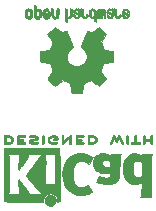
<source format=gbr>
G04 #@! TF.GenerationSoftware,KiCad,Pcbnew,(5.0.1)-4*
G04 #@! TF.CreationDate,2019-02-18T00:23:41+08:00*
G04 #@! TF.ProjectId,Xiaomi2Ali-Smart-Plug-WIFI-Module,5869616F6D6932416C692D536D617274,rev?*
G04 #@! TF.SameCoordinates,Original*
G04 #@! TF.FileFunction,Legend,Bot*
G04 #@! TF.FilePolarity,Positive*
%FSLAX46Y46*%
G04 Gerber Fmt 4.6, Leading zero omitted, Abs format (unit mm)*
G04 Created by KiCad (PCBNEW (5.0.1)-4) date 2019/2/18 0:23:41*
%MOMM*%
%LPD*%
G01*
G04 APERTURE LIST*
%ADD10C,0.010000*%
G04 APERTURE END LIST*
D10*
G04 #@! TO.C,REF\002A\002A*
G36*
X131726957Y-108373429D02*
X131823232Y-108349191D01*
X131909816Y-108306359D01*
X131984627Y-108246581D01*
X132045582Y-108171506D01*
X132090601Y-108082780D01*
X132116864Y-107986470D01*
X132122714Y-107889205D01*
X132107860Y-107795346D01*
X132074160Y-107707489D01*
X132023472Y-107628230D01*
X131957655Y-107560164D01*
X131878566Y-107505888D01*
X131788066Y-107467998D01*
X131736800Y-107455574D01*
X131692302Y-107448053D01*
X131658001Y-107445081D01*
X131625040Y-107446906D01*
X131584566Y-107453775D01*
X131551469Y-107460750D01*
X131458053Y-107492259D01*
X131374381Y-107543383D01*
X131302335Y-107612571D01*
X131243800Y-107698272D01*
X131229852Y-107725511D01*
X131213414Y-107761878D01*
X131203106Y-107792418D01*
X131197540Y-107824550D01*
X131195331Y-107865693D01*
X131195052Y-107911778D01*
X131199139Y-107996135D01*
X131212554Y-108065414D01*
X131237744Y-108126039D01*
X131277154Y-108184433D01*
X131315702Y-108228698D01*
X131387594Y-108294516D01*
X131462687Y-108339947D01*
X131545438Y-108367150D01*
X131623072Y-108377424D01*
X131726957Y-108373429D01*
X131726957Y-108373429D01*
G37*
X131726957Y-108373429D02*
X131823232Y-108349191D01*
X131909816Y-108306359D01*
X131984627Y-108246581D01*
X132045582Y-108171506D01*
X132090601Y-108082780D01*
X132116864Y-107986470D01*
X132122714Y-107889205D01*
X132107860Y-107795346D01*
X132074160Y-107707489D01*
X132023472Y-107628230D01*
X131957655Y-107560164D01*
X131878566Y-107505888D01*
X131788066Y-107467998D01*
X131736800Y-107455574D01*
X131692302Y-107448053D01*
X131658001Y-107445081D01*
X131625040Y-107446906D01*
X131584566Y-107453775D01*
X131551469Y-107460750D01*
X131458053Y-107492259D01*
X131374381Y-107543383D01*
X131302335Y-107612571D01*
X131243800Y-107698272D01*
X131229852Y-107725511D01*
X131213414Y-107761878D01*
X131203106Y-107792418D01*
X131197540Y-107824550D01*
X131195331Y-107865693D01*
X131195052Y-107911778D01*
X131199139Y-107996135D01*
X131212554Y-108065414D01*
X131237744Y-108126039D01*
X131277154Y-108184433D01*
X131315702Y-108228698D01*
X131387594Y-108294516D01*
X131462687Y-108339947D01*
X131545438Y-108367150D01*
X131623072Y-108377424D01*
X131726957Y-108373429D01*
G36*
X140186507Y-105927755D02*
X140186526Y-105693338D01*
X140186552Y-105480397D01*
X140186625Y-105287832D01*
X140186782Y-105114541D01*
X140187064Y-104959424D01*
X140187509Y-104821380D01*
X140188156Y-104699308D01*
X140189045Y-104592106D01*
X140190213Y-104498674D01*
X140191701Y-104417910D01*
X140193546Y-104348714D01*
X140195789Y-104289985D01*
X140198469Y-104240621D01*
X140201623Y-104199522D01*
X140205292Y-104165587D01*
X140209513Y-104137714D01*
X140214327Y-104114802D01*
X140219773Y-104095751D01*
X140225888Y-104079460D01*
X140232712Y-104064827D01*
X140240285Y-104050751D01*
X140248645Y-104036132D01*
X140253839Y-104027026D01*
X140288104Y-103966311D01*
X139429955Y-103966311D01*
X139429955Y-104062267D01*
X139429224Y-104105630D01*
X139427272Y-104138795D01*
X139424463Y-104156576D01*
X139423221Y-104158222D01*
X139411799Y-104151338D01*
X139389084Y-104133495D01*
X139366385Y-104114121D01*
X139311800Y-104073386D01*
X139242321Y-104032383D01*
X139165270Y-103994877D01*
X139087965Y-103964636D01*
X139057113Y-103954988D01*
X138988616Y-103940422D01*
X138905764Y-103930461D01*
X138816371Y-103925417D01*
X138728248Y-103925604D01*
X138649207Y-103931334D01*
X138611511Y-103937142D01*
X138473414Y-103975203D01*
X138346113Y-104032927D01*
X138230292Y-104109789D01*
X138126637Y-104205261D01*
X138035833Y-104318821D01*
X137969031Y-104429619D01*
X137914164Y-104546375D01*
X137872163Y-104665724D01*
X137842167Y-104791717D01*
X137823311Y-104928406D01*
X137814732Y-105079842D01*
X137814006Y-105157289D01*
X137816100Y-105214066D01*
X138645217Y-105214066D01*
X138645424Y-105120998D01*
X138648337Y-105033308D01*
X138654000Y-104956228D01*
X138662455Y-104894991D01*
X138665038Y-104882650D01*
X138696840Y-104775367D01*
X138738498Y-104688342D01*
X138790363Y-104621358D01*
X138852781Y-104574195D01*
X138926100Y-104546635D01*
X139010669Y-104538459D01*
X139106835Y-104549449D01*
X139170311Y-104565171D01*
X139219454Y-104583361D01*
X139273583Y-104609209D01*
X139314244Y-104632911D01*
X139384800Y-104679279D01*
X139384800Y-105829470D01*
X139317392Y-105873038D01*
X139238867Y-105913960D01*
X139154681Y-105940611D01*
X139069557Y-105952535D01*
X138988216Y-105949278D01*
X138915380Y-105930385D01*
X138883426Y-105914816D01*
X138825501Y-105871819D01*
X138776544Y-105815047D01*
X138735390Y-105742425D01*
X138700874Y-105651879D01*
X138671833Y-105541334D01*
X138670552Y-105535467D01*
X138660381Y-105473212D01*
X138652739Y-105395406D01*
X138647670Y-105307280D01*
X138645217Y-105214066D01*
X137816100Y-105214066D01*
X137821857Y-105370105D01*
X137843802Y-105565941D01*
X137879786Y-105744668D01*
X137929759Y-105906155D01*
X137993668Y-106050274D01*
X138071462Y-106176894D01*
X138163089Y-106285885D01*
X138268497Y-106377117D01*
X138313662Y-106408068D01*
X138414611Y-106464215D01*
X138517901Y-106503826D01*
X138627989Y-106527986D01*
X138749330Y-106537781D01*
X138841836Y-106536735D01*
X138971490Y-106525769D01*
X139084084Y-106503954D01*
X139182875Y-106470286D01*
X139271121Y-106423764D01*
X139319986Y-106389552D01*
X139349353Y-106367638D01*
X139371043Y-106352667D01*
X139379253Y-106348267D01*
X139380868Y-106359096D01*
X139382159Y-106389749D01*
X139383138Y-106437474D01*
X139383817Y-106499521D01*
X139384210Y-106573138D01*
X139384330Y-106655573D01*
X139384188Y-106744075D01*
X139383797Y-106835893D01*
X139383171Y-106928276D01*
X139382320Y-107018472D01*
X139381260Y-107103729D01*
X139380001Y-107181297D01*
X139378556Y-107248424D01*
X139376938Y-107302359D01*
X139375161Y-107340350D01*
X139374669Y-107347333D01*
X139367092Y-107417749D01*
X139355531Y-107472898D01*
X139337792Y-107520019D01*
X139311682Y-107566353D01*
X139305415Y-107575933D01*
X139280983Y-107612622D01*
X140186311Y-107612622D01*
X140186507Y-105927755D01*
X140186507Y-105927755D01*
G37*
X140186507Y-105927755D02*
X140186526Y-105693338D01*
X140186552Y-105480397D01*
X140186625Y-105287832D01*
X140186782Y-105114541D01*
X140187064Y-104959424D01*
X140187509Y-104821380D01*
X140188156Y-104699308D01*
X140189045Y-104592106D01*
X140190213Y-104498674D01*
X140191701Y-104417910D01*
X140193546Y-104348714D01*
X140195789Y-104289985D01*
X140198469Y-104240621D01*
X140201623Y-104199522D01*
X140205292Y-104165587D01*
X140209513Y-104137714D01*
X140214327Y-104114802D01*
X140219773Y-104095751D01*
X140225888Y-104079460D01*
X140232712Y-104064827D01*
X140240285Y-104050751D01*
X140248645Y-104036132D01*
X140253839Y-104027026D01*
X140288104Y-103966311D01*
X139429955Y-103966311D01*
X139429955Y-104062267D01*
X139429224Y-104105630D01*
X139427272Y-104138795D01*
X139424463Y-104156576D01*
X139423221Y-104158222D01*
X139411799Y-104151338D01*
X139389084Y-104133495D01*
X139366385Y-104114121D01*
X139311800Y-104073386D01*
X139242321Y-104032383D01*
X139165270Y-103994877D01*
X139087965Y-103964636D01*
X139057113Y-103954988D01*
X138988616Y-103940422D01*
X138905764Y-103930461D01*
X138816371Y-103925417D01*
X138728248Y-103925604D01*
X138649207Y-103931334D01*
X138611511Y-103937142D01*
X138473414Y-103975203D01*
X138346113Y-104032927D01*
X138230292Y-104109789D01*
X138126637Y-104205261D01*
X138035833Y-104318821D01*
X137969031Y-104429619D01*
X137914164Y-104546375D01*
X137872163Y-104665724D01*
X137842167Y-104791717D01*
X137823311Y-104928406D01*
X137814732Y-105079842D01*
X137814006Y-105157289D01*
X137816100Y-105214066D01*
X138645217Y-105214066D01*
X138645424Y-105120998D01*
X138648337Y-105033308D01*
X138654000Y-104956228D01*
X138662455Y-104894991D01*
X138665038Y-104882650D01*
X138696840Y-104775367D01*
X138738498Y-104688342D01*
X138790363Y-104621358D01*
X138852781Y-104574195D01*
X138926100Y-104546635D01*
X139010669Y-104538459D01*
X139106835Y-104549449D01*
X139170311Y-104565171D01*
X139219454Y-104583361D01*
X139273583Y-104609209D01*
X139314244Y-104632911D01*
X139384800Y-104679279D01*
X139384800Y-105829470D01*
X139317392Y-105873038D01*
X139238867Y-105913960D01*
X139154681Y-105940611D01*
X139069557Y-105952535D01*
X138988216Y-105949278D01*
X138915380Y-105930385D01*
X138883426Y-105914816D01*
X138825501Y-105871819D01*
X138776544Y-105815047D01*
X138735390Y-105742425D01*
X138700874Y-105651879D01*
X138671833Y-105541334D01*
X138670552Y-105535467D01*
X138660381Y-105473212D01*
X138652739Y-105395406D01*
X138647670Y-105307280D01*
X138645217Y-105214066D01*
X137816100Y-105214066D01*
X137821857Y-105370105D01*
X137843802Y-105565941D01*
X137879786Y-105744668D01*
X137929759Y-105906155D01*
X137993668Y-106050274D01*
X138071462Y-106176894D01*
X138163089Y-106285885D01*
X138268497Y-106377117D01*
X138313662Y-106408068D01*
X138414611Y-106464215D01*
X138517901Y-106503826D01*
X138627989Y-106527986D01*
X138749330Y-106537781D01*
X138841836Y-106536735D01*
X138971490Y-106525769D01*
X139084084Y-106503954D01*
X139182875Y-106470286D01*
X139271121Y-106423764D01*
X139319986Y-106389552D01*
X139349353Y-106367638D01*
X139371043Y-106352667D01*
X139379253Y-106348267D01*
X139380868Y-106359096D01*
X139382159Y-106389749D01*
X139383138Y-106437474D01*
X139383817Y-106499521D01*
X139384210Y-106573138D01*
X139384330Y-106655573D01*
X139384188Y-106744075D01*
X139383797Y-106835893D01*
X139383171Y-106928276D01*
X139382320Y-107018472D01*
X139381260Y-107103729D01*
X139380001Y-107181297D01*
X139378556Y-107248424D01*
X139376938Y-107302359D01*
X139375161Y-107340350D01*
X139374669Y-107347333D01*
X139367092Y-107417749D01*
X139355531Y-107472898D01*
X139337792Y-107520019D01*
X139311682Y-107566353D01*
X139305415Y-107575933D01*
X139280983Y-107612622D01*
X140186311Y-107612622D01*
X140186507Y-105927755D01*
G36*
X136673574Y-106533448D02*
X136825492Y-106513433D01*
X136960756Y-106479798D01*
X137080239Y-106432275D01*
X137184815Y-106370595D01*
X137262424Y-106307035D01*
X137331265Y-106232901D01*
X137385006Y-106153129D01*
X137427910Y-106060909D01*
X137443384Y-106017839D01*
X137456244Y-105978858D01*
X137467446Y-105942711D01*
X137477120Y-105907566D01*
X137485396Y-105871590D01*
X137492403Y-105832950D01*
X137498272Y-105789815D01*
X137503131Y-105740351D01*
X137507110Y-105682727D01*
X137510340Y-105615109D01*
X137512949Y-105535666D01*
X137515067Y-105442564D01*
X137516824Y-105333973D01*
X137518349Y-105208058D01*
X137519772Y-105062988D01*
X137521025Y-104920222D01*
X137522351Y-104764032D01*
X137523556Y-104628761D01*
X137524766Y-104512754D01*
X137526106Y-104414355D01*
X137527700Y-104331907D01*
X137529675Y-104263754D01*
X137532156Y-104208240D01*
X137535269Y-104163708D01*
X137539138Y-104128502D01*
X137543889Y-104100966D01*
X137549648Y-104079444D01*
X137556539Y-104062278D01*
X137564689Y-104047814D01*
X137574223Y-104034394D01*
X137585266Y-104020362D01*
X137589566Y-104014929D01*
X137605386Y-103992090D01*
X137612422Y-103976537D01*
X137612444Y-103976078D01*
X137601567Y-103973879D01*
X137570582Y-103971853D01*
X137521957Y-103970058D01*
X137458163Y-103968549D01*
X137381669Y-103967384D01*
X137294944Y-103966620D01*
X137200457Y-103966314D01*
X137189550Y-103966311D01*
X136766657Y-103966311D01*
X136763395Y-104062378D01*
X136760133Y-104158444D01*
X136698044Y-104107457D01*
X136600714Y-104039943D01*
X136490813Y-103985251D01*
X136404349Y-103955022D01*
X136335278Y-103940334D01*
X136251925Y-103930341D01*
X136162159Y-103925354D01*
X136073845Y-103925687D01*
X135994851Y-103931649D01*
X135958622Y-103937362D01*
X135818603Y-103975224D01*
X135692178Y-104030068D01*
X135580260Y-104101076D01*
X135483762Y-104187432D01*
X135403600Y-104288321D01*
X135340687Y-104402924D01*
X135296312Y-104529016D01*
X135283978Y-104585599D01*
X135276368Y-104647798D01*
X135272739Y-104722637D01*
X135272245Y-104756533D01*
X135272310Y-104759718D01*
X136032248Y-104759718D01*
X136041541Y-104684667D01*
X136069728Y-104620840D01*
X136118197Y-104565202D01*
X136123254Y-104560789D01*
X136171548Y-104525963D01*
X136223257Y-104503380D01*
X136283989Y-104491460D01*
X136359352Y-104488617D01*
X136377459Y-104489022D01*
X136431278Y-104491675D01*
X136471308Y-104497091D01*
X136506324Y-104507255D01*
X136545103Y-104524150D01*
X136555745Y-104529328D01*
X136616396Y-104565156D01*
X136663215Y-104607788D01*
X136675952Y-104623027D01*
X136720622Y-104679538D01*
X136720622Y-104875414D01*
X136720086Y-104954061D01*
X136718396Y-105012012D01*
X136715428Y-105051125D01*
X136711057Y-105073259D01*
X136706972Y-105079726D01*
X136691047Y-105082889D01*
X136657264Y-105085512D01*
X136610340Y-105087345D01*
X136554993Y-105088143D01*
X136546106Y-105088158D01*
X136425330Y-105082904D01*
X136322660Y-105066737D01*
X136236106Y-105039039D01*
X136163681Y-104999192D01*
X136108751Y-104952242D01*
X136064204Y-104894355D01*
X136039480Y-104831307D01*
X136032248Y-104759718D01*
X135272310Y-104759718D01*
X135274178Y-104850288D01*
X135282522Y-104929188D01*
X135298768Y-105000410D01*
X135324405Y-105071136D01*
X135348401Y-105123507D01*
X135407020Y-105218804D01*
X135485117Y-105306830D01*
X135580315Y-105385983D01*
X135690238Y-105454660D01*
X135812510Y-105511259D01*
X135944755Y-105554179D01*
X136009422Y-105569118D01*
X136145604Y-105591223D01*
X136294049Y-105605806D01*
X136445505Y-105612187D01*
X136572064Y-105610555D01*
X136733950Y-105603776D01*
X136726530Y-105662755D01*
X136707238Y-105761908D01*
X136676104Y-105842628D01*
X136632269Y-105905534D01*
X136574871Y-105951244D01*
X136503048Y-105980378D01*
X136415941Y-105993553D01*
X136312686Y-105991389D01*
X136274711Y-105987388D01*
X136133520Y-105962220D01*
X135996707Y-105921186D01*
X135902178Y-105883185D01*
X135857018Y-105863810D01*
X135818585Y-105848240D01*
X135792234Y-105838595D01*
X135784546Y-105836548D01*
X135774802Y-105845626D01*
X135758083Y-105874595D01*
X135734232Y-105923783D01*
X135703093Y-105993516D01*
X135664507Y-106084121D01*
X135657910Y-106099911D01*
X135627853Y-106172228D01*
X135600874Y-106237575D01*
X135578136Y-106293094D01*
X135560806Y-106335928D01*
X135550048Y-106363219D01*
X135546941Y-106372058D01*
X135556940Y-106376813D01*
X135583217Y-106382090D01*
X135611489Y-106385769D01*
X135641646Y-106390526D01*
X135689433Y-106399972D01*
X135750612Y-106413180D01*
X135820946Y-106429224D01*
X135896194Y-106447180D01*
X135924755Y-106454203D01*
X136029816Y-106479791D01*
X136117480Y-106499853D01*
X136192068Y-106515031D01*
X136257903Y-106525965D01*
X136319307Y-106533296D01*
X136380602Y-106537665D01*
X136446110Y-106539713D01*
X136504128Y-106540111D01*
X136673574Y-106533448D01*
X136673574Y-106533448D01*
G37*
X136673574Y-106533448D02*
X136825492Y-106513433D01*
X136960756Y-106479798D01*
X137080239Y-106432275D01*
X137184815Y-106370595D01*
X137262424Y-106307035D01*
X137331265Y-106232901D01*
X137385006Y-106153129D01*
X137427910Y-106060909D01*
X137443384Y-106017839D01*
X137456244Y-105978858D01*
X137467446Y-105942711D01*
X137477120Y-105907566D01*
X137485396Y-105871590D01*
X137492403Y-105832950D01*
X137498272Y-105789815D01*
X137503131Y-105740351D01*
X137507110Y-105682727D01*
X137510340Y-105615109D01*
X137512949Y-105535666D01*
X137515067Y-105442564D01*
X137516824Y-105333973D01*
X137518349Y-105208058D01*
X137519772Y-105062988D01*
X137521025Y-104920222D01*
X137522351Y-104764032D01*
X137523556Y-104628761D01*
X137524766Y-104512754D01*
X137526106Y-104414355D01*
X137527700Y-104331907D01*
X137529675Y-104263754D01*
X137532156Y-104208240D01*
X137535269Y-104163708D01*
X137539138Y-104128502D01*
X137543889Y-104100966D01*
X137549648Y-104079444D01*
X137556539Y-104062278D01*
X137564689Y-104047814D01*
X137574223Y-104034394D01*
X137585266Y-104020362D01*
X137589566Y-104014929D01*
X137605386Y-103992090D01*
X137612422Y-103976537D01*
X137612444Y-103976078D01*
X137601567Y-103973879D01*
X137570582Y-103971853D01*
X137521957Y-103970058D01*
X137458163Y-103968549D01*
X137381669Y-103967384D01*
X137294944Y-103966620D01*
X137200457Y-103966314D01*
X137189550Y-103966311D01*
X136766657Y-103966311D01*
X136763395Y-104062378D01*
X136760133Y-104158444D01*
X136698044Y-104107457D01*
X136600714Y-104039943D01*
X136490813Y-103985251D01*
X136404349Y-103955022D01*
X136335278Y-103940334D01*
X136251925Y-103930341D01*
X136162159Y-103925354D01*
X136073845Y-103925687D01*
X135994851Y-103931649D01*
X135958622Y-103937362D01*
X135818603Y-103975224D01*
X135692178Y-104030068D01*
X135580260Y-104101076D01*
X135483762Y-104187432D01*
X135403600Y-104288321D01*
X135340687Y-104402924D01*
X135296312Y-104529016D01*
X135283978Y-104585599D01*
X135276368Y-104647798D01*
X135272739Y-104722637D01*
X135272245Y-104756533D01*
X135272310Y-104759718D01*
X136032248Y-104759718D01*
X136041541Y-104684667D01*
X136069728Y-104620840D01*
X136118197Y-104565202D01*
X136123254Y-104560789D01*
X136171548Y-104525963D01*
X136223257Y-104503380D01*
X136283989Y-104491460D01*
X136359352Y-104488617D01*
X136377459Y-104489022D01*
X136431278Y-104491675D01*
X136471308Y-104497091D01*
X136506324Y-104507255D01*
X136545103Y-104524150D01*
X136555745Y-104529328D01*
X136616396Y-104565156D01*
X136663215Y-104607788D01*
X136675952Y-104623027D01*
X136720622Y-104679538D01*
X136720622Y-104875414D01*
X136720086Y-104954061D01*
X136718396Y-105012012D01*
X136715428Y-105051125D01*
X136711057Y-105073259D01*
X136706972Y-105079726D01*
X136691047Y-105082889D01*
X136657264Y-105085512D01*
X136610340Y-105087345D01*
X136554993Y-105088143D01*
X136546106Y-105088158D01*
X136425330Y-105082904D01*
X136322660Y-105066737D01*
X136236106Y-105039039D01*
X136163681Y-104999192D01*
X136108751Y-104952242D01*
X136064204Y-104894355D01*
X136039480Y-104831307D01*
X136032248Y-104759718D01*
X135272310Y-104759718D01*
X135274178Y-104850288D01*
X135282522Y-104929188D01*
X135298768Y-105000410D01*
X135324405Y-105071136D01*
X135348401Y-105123507D01*
X135407020Y-105218804D01*
X135485117Y-105306830D01*
X135580315Y-105385983D01*
X135690238Y-105454660D01*
X135812510Y-105511259D01*
X135944755Y-105554179D01*
X136009422Y-105569118D01*
X136145604Y-105591223D01*
X136294049Y-105605806D01*
X136445505Y-105612187D01*
X136572064Y-105610555D01*
X136733950Y-105603776D01*
X136726530Y-105662755D01*
X136707238Y-105761908D01*
X136676104Y-105842628D01*
X136632269Y-105905534D01*
X136574871Y-105951244D01*
X136503048Y-105980378D01*
X136415941Y-105993553D01*
X136312686Y-105991389D01*
X136274711Y-105987388D01*
X136133520Y-105962220D01*
X135996707Y-105921186D01*
X135902178Y-105883185D01*
X135857018Y-105863810D01*
X135818585Y-105848240D01*
X135792234Y-105838595D01*
X135784546Y-105836548D01*
X135774802Y-105845626D01*
X135758083Y-105874595D01*
X135734232Y-105923783D01*
X135703093Y-105993516D01*
X135664507Y-106084121D01*
X135657910Y-106099911D01*
X135627853Y-106172228D01*
X135600874Y-106237575D01*
X135578136Y-106293094D01*
X135560806Y-106335928D01*
X135550048Y-106363219D01*
X135546941Y-106372058D01*
X135556940Y-106376813D01*
X135583217Y-106382090D01*
X135611489Y-106385769D01*
X135641646Y-106390526D01*
X135689433Y-106399972D01*
X135750612Y-106413180D01*
X135820946Y-106429224D01*
X135896194Y-106447180D01*
X135924755Y-106454203D01*
X136029816Y-106479791D01*
X136117480Y-106499853D01*
X136192068Y-106515031D01*
X136257903Y-106525965D01*
X136319307Y-106533296D01*
X136380602Y-106537665D01*
X136446110Y-106539713D01*
X136504128Y-106540111D01*
X136673574Y-106533448D01*
G36*
X134328429Y-107450929D02*
X134488570Y-107429755D01*
X134652510Y-107389615D01*
X134822313Y-107330111D01*
X135000043Y-107250846D01*
X135011310Y-107245301D01*
X135069005Y-107217275D01*
X135120552Y-107193198D01*
X135162191Y-107174751D01*
X135190162Y-107163614D01*
X135199733Y-107161067D01*
X135218950Y-107156059D01*
X135223561Y-107151853D01*
X135218458Y-107141420D01*
X135202418Y-107115132D01*
X135177288Y-107075743D01*
X135144914Y-107026009D01*
X135107143Y-106968685D01*
X135065822Y-106906524D01*
X135022798Y-106842282D01*
X134979917Y-106778715D01*
X134939026Y-106718575D01*
X134901971Y-106664620D01*
X134870600Y-106619603D01*
X134846759Y-106586279D01*
X134832294Y-106567403D01*
X134830309Y-106565213D01*
X134820191Y-106569862D01*
X134797850Y-106587038D01*
X134767280Y-106613560D01*
X134751536Y-106628036D01*
X134655047Y-106703318D01*
X134548336Y-106758759D01*
X134432832Y-106793859D01*
X134309962Y-106808120D01*
X134240561Y-106806949D01*
X134119423Y-106789788D01*
X134010205Y-106753906D01*
X133912582Y-106699041D01*
X133826228Y-106624930D01*
X133750815Y-106531312D01*
X133686018Y-106417924D01*
X133648601Y-106331333D01*
X133604748Y-106195634D01*
X133572428Y-106048150D01*
X133551557Y-105892686D01*
X133542051Y-105733044D01*
X133543827Y-105573027D01*
X133556803Y-105416439D01*
X133580894Y-105267082D01*
X133616018Y-105128760D01*
X133662092Y-105005276D01*
X133678373Y-104971022D01*
X133746620Y-104856936D01*
X133827079Y-104760443D01*
X133918570Y-104682330D01*
X134019911Y-104623383D01*
X134129920Y-104584388D01*
X134247415Y-104566132D01*
X134288883Y-104564789D01*
X134410441Y-104575710D01*
X134530878Y-104608526D01*
X134648666Y-104662561D01*
X134762277Y-104737135D01*
X134853685Y-104815461D01*
X134900215Y-104859992D01*
X135081483Y-104562729D01*
X135126580Y-104488567D01*
X135167819Y-104420354D01*
X135203735Y-104360541D01*
X135232866Y-104311580D01*
X135253750Y-104275921D01*
X135264924Y-104256016D01*
X135266375Y-104252921D01*
X135258146Y-104243282D01*
X135232567Y-104226001D01*
X135192873Y-104202717D01*
X135142297Y-104175066D01*
X135084074Y-104144685D01*
X135021437Y-104113210D01*
X134957621Y-104082278D01*
X134895860Y-104053527D01*
X134839388Y-104028592D01*
X134791438Y-104009111D01*
X134767986Y-104000682D01*
X134634221Y-103962867D01*
X134496327Y-103937864D01*
X134348622Y-103924860D01*
X134221833Y-103922532D01*
X134153878Y-103923627D01*
X134088277Y-103925725D01*
X134030847Y-103928566D01*
X133987403Y-103931894D01*
X133973298Y-103933578D01*
X133834284Y-103962413D01*
X133692757Y-104007532D01*
X133555275Y-104066250D01*
X133428394Y-104135880D01*
X133350889Y-104188559D01*
X133223481Y-104296761D01*
X133105178Y-104423329D01*
X132998172Y-104565134D01*
X132904652Y-104719049D01*
X132826810Y-104881947D01*
X132782956Y-104999244D01*
X132732708Y-105182872D01*
X132699209Y-105377419D01*
X132682449Y-105578675D01*
X132682416Y-105782432D01*
X132699101Y-105984479D01*
X132732493Y-106180608D01*
X132782580Y-106366609D01*
X132786397Y-106378197D01*
X132849281Y-106540250D01*
X132926028Y-106688168D01*
X133019242Y-106826135D01*
X133131527Y-106958339D01*
X133175392Y-107003601D01*
X133311534Y-107127543D01*
X133451491Y-107230085D01*
X133597411Y-107312344D01*
X133751442Y-107375436D01*
X133915732Y-107420477D01*
X134011289Y-107437967D01*
X134170023Y-107453534D01*
X134328429Y-107450929D01*
X134328429Y-107450929D01*
G37*
X134328429Y-107450929D02*
X134488570Y-107429755D01*
X134652510Y-107389615D01*
X134822313Y-107330111D01*
X135000043Y-107250846D01*
X135011310Y-107245301D01*
X135069005Y-107217275D01*
X135120552Y-107193198D01*
X135162191Y-107174751D01*
X135190162Y-107163614D01*
X135199733Y-107161067D01*
X135218950Y-107156059D01*
X135223561Y-107151853D01*
X135218458Y-107141420D01*
X135202418Y-107115132D01*
X135177288Y-107075743D01*
X135144914Y-107026009D01*
X135107143Y-106968685D01*
X135065822Y-106906524D01*
X135022798Y-106842282D01*
X134979917Y-106778715D01*
X134939026Y-106718575D01*
X134901971Y-106664620D01*
X134870600Y-106619603D01*
X134846759Y-106586279D01*
X134832294Y-106567403D01*
X134830309Y-106565213D01*
X134820191Y-106569862D01*
X134797850Y-106587038D01*
X134767280Y-106613560D01*
X134751536Y-106628036D01*
X134655047Y-106703318D01*
X134548336Y-106758759D01*
X134432832Y-106793859D01*
X134309962Y-106808120D01*
X134240561Y-106806949D01*
X134119423Y-106789788D01*
X134010205Y-106753906D01*
X133912582Y-106699041D01*
X133826228Y-106624930D01*
X133750815Y-106531312D01*
X133686018Y-106417924D01*
X133648601Y-106331333D01*
X133604748Y-106195634D01*
X133572428Y-106048150D01*
X133551557Y-105892686D01*
X133542051Y-105733044D01*
X133543827Y-105573027D01*
X133556803Y-105416439D01*
X133580894Y-105267082D01*
X133616018Y-105128760D01*
X133662092Y-105005276D01*
X133678373Y-104971022D01*
X133746620Y-104856936D01*
X133827079Y-104760443D01*
X133918570Y-104682330D01*
X134019911Y-104623383D01*
X134129920Y-104584388D01*
X134247415Y-104566132D01*
X134288883Y-104564789D01*
X134410441Y-104575710D01*
X134530878Y-104608526D01*
X134648666Y-104662561D01*
X134762277Y-104737135D01*
X134853685Y-104815461D01*
X134900215Y-104859992D01*
X135081483Y-104562729D01*
X135126580Y-104488567D01*
X135167819Y-104420354D01*
X135203735Y-104360541D01*
X135232866Y-104311580D01*
X135253750Y-104275921D01*
X135264924Y-104256016D01*
X135266375Y-104252921D01*
X135258146Y-104243282D01*
X135232567Y-104226001D01*
X135192873Y-104202717D01*
X135142297Y-104175066D01*
X135084074Y-104144685D01*
X135021437Y-104113210D01*
X134957621Y-104082278D01*
X134895860Y-104053527D01*
X134839388Y-104028592D01*
X134791438Y-104009111D01*
X134767986Y-104000682D01*
X134634221Y-103962867D01*
X134496327Y-103937864D01*
X134348622Y-103924860D01*
X134221833Y-103922532D01*
X134153878Y-103923627D01*
X134088277Y-103925725D01*
X134030847Y-103928566D01*
X133987403Y-103931894D01*
X133973298Y-103933578D01*
X133834284Y-103962413D01*
X133692757Y-104007532D01*
X133555275Y-104066250D01*
X133428394Y-104135880D01*
X133350889Y-104188559D01*
X133223481Y-104296761D01*
X133105178Y-104423329D01*
X132998172Y-104565134D01*
X132904652Y-104719049D01*
X132826810Y-104881947D01*
X132782956Y-104999244D01*
X132732708Y-105182872D01*
X132699209Y-105377419D01*
X132682449Y-105578675D01*
X132682416Y-105782432D01*
X132699101Y-105984479D01*
X132732493Y-106180608D01*
X132782580Y-106366609D01*
X132786397Y-106378197D01*
X132849281Y-106540250D01*
X132926028Y-106688168D01*
X133019242Y-106826135D01*
X133131527Y-106958339D01*
X133175392Y-107003601D01*
X133311534Y-107127543D01*
X133451491Y-107230085D01*
X133597411Y-107312344D01*
X133751442Y-107375436D01*
X133915732Y-107420477D01*
X134011289Y-107437967D01*
X134170023Y-107453534D01*
X134328429Y-107450929D01*
G36*
X131053600Y-107910946D02*
X131064465Y-107797007D01*
X131096082Y-107689384D01*
X131146985Y-107590385D01*
X131215707Y-107502316D01*
X131300781Y-107427484D01*
X131397768Y-107369616D01*
X131504036Y-107329995D01*
X131611050Y-107311427D01*
X131716700Y-107312566D01*
X131818875Y-107332070D01*
X131915466Y-107368594D01*
X132004362Y-107420795D01*
X132083454Y-107487327D01*
X132150631Y-107566848D01*
X132203783Y-107658013D01*
X132240801Y-107759477D01*
X132259573Y-107869898D01*
X132261511Y-107919794D01*
X132261511Y-108007733D01*
X132313440Y-108007733D01*
X132349747Y-108004889D01*
X132376645Y-107993089D01*
X132403751Y-107969351D01*
X132442133Y-107930969D01*
X132442133Y-105739398D01*
X132442124Y-105477261D01*
X132442092Y-105236759D01*
X132442028Y-105016952D01*
X132441924Y-104816899D01*
X132441773Y-104635656D01*
X132441566Y-104472284D01*
X132441294Y-104325840D01*
X132440950Y-104195383D01*
X132440526Y-104079971D01*
X132440013Y-103978662D01*
X132439403Y-103890516D01*
X132438688Y-103814590D01*
X132437860Y-103749943D01*
X132436911Y-103695633D01*
X132435833Y-103650720D01*
X132434617Y-103614260D01*
X132433255Y-103585313D01*
X132431739Y-103562937D01*
X132430062Y-103546191D01*
X132428214Y-103534132D01*
X132426187Y-103525820D01*
X132423975Y-103520313D01*
X132422892Y-103518463D01*
X132418729Y-103511451D01*
X132415195Y-103505004D01*
X132411365Y-103499100D01*
X132406318Y-103493714D01*
X132399129Y-103488822D01*
X132388877Y-103484402D01*
X132374636Y-103480428D01*
X132355486Y-103476879D01*
X132330501Y-103473730D01*
X132298760Y-103470958D01*
X132259338Y-103468539D01*
X132211314Y-103466449D01*
X132153763Y-103464665D01*
X132085763Y-103463163D01*
X132006390Y-103461920D01*
X131914721Y-103460911D01*
X131809834Y-103460115D01*
X131690804Y-103459506D01*
X131556710Y-103459061D01*
X131406627Y-103458757D01*
X131239633Y-103458570D01*
X131054804Y-103458476D01*
X130851217Y-103458452D01*
X130627950Y-103458475D01*
X130384078Y-103458520D01*
X130118679Y-103458563D01*
X130080296Y-103458568D01*
X129813318Y-103458611D01*
X129567998Y-103458682D01*
X129343417Y-103458787D01*
X129138655Y-103458934D01*
X128952794Y-103459131D01*
X128784912Y-103459384D01*
X128634092Y-103459700D01*
X128499413Y-103460087D01*
X128379956Y-103460553D01*
X128274801Y-103461103D01*
X128183029Y-103461747D01*
X128103721Y-103462489D01*
X128035957Y-103463339D01*
X127978818Y-103464303D01*
X127931383Y-103465389D01*
X127892734Y-103466603D01*
X127861951Y-103467953D01*
X127838115Y-103469445D01*
X127820306Y-103471089D01*
X127807605Y-103472889D01*
X127799092Y-103474855D01*
X127794734Y-103476523D01*
X127786272Y-103480094D01*
X127778503Y-103482730D01*
X127771398Y-103485366D01*
X127764927Y-103488938D01*
X127759061Y-103494379D01*
X127753771Y-103502625D01*
X127749026Y-103514610D01*
X127744798Y-103531269D01*
X127741057Y-103553537D01*
X127737773Y-103582348D01*
X127734917Y-103618637D01*
X127732460Y-103663339D01*
X127730371Y-103717389D01*
X127728622Y-103781721D01*
X127727183Y-103857270D01*
X127726024Y-103944970D01*
X127725117Y-104045757D01*
X127724431Y-104160566D01*
X127723937Y-104290330D01*
X127723605Y-104435985D01*
X127723407Y-104598465D01*
X127723313Y-104778705D01*
X127723292Y-104977640D01*
X127723315Y-105196204D01*
X127723354Y-105435332D01*
X127723378Y-105695960D01*
X127723378Y-105738111D01*
X127723364Y-106001008D01*
X127723339Y-106242268D01*
X127723329Y-106462835D01*
X127723358Y-106663648D01*
X127723452Y-106845651D01*
X127723638Y-107009784D01*
X127723941Y-107156989D01*
X127724386Y-107288208D01*
X127724966Y-107398133D01*
X128027803Y-107398133D01*
X128067593Y-107340289D01*
X128078764Y-107324521D01*
X128088834Y-107310559D01*
X128097862Y-107297216D01*
X128105903Y-107283307D01*
X128113014Y-107267644D01*
X128119253Y-107249042D01*
X128124675Y-107226314D01*
X128129338Y-107198273D01*
X128133299Y-107163733D01*
X128136615Y-107121508D01*
X128139341Y-107070411D01*
X128141536Y-107009256D01*
X128143255Y-106936856D01*
X128144556Y-106852025D01*
X128145495Y-106753578D01*
X128146130Y-106640326D01*
X128146516Y-106511084D01*
X128146712Y-106364666D01*
X128146773Y-106199884D01*
X128146757Y-106015553D01*
X128146720Y-105810487D01*
X128146711Y-105687867D01*
X128146735Y-105470918D01*
X128146769Y-105275358D01*
X128146757Y-105100001D01*
X128146642Y-104943659D01*
X128146370Y-104805143D01*
X128145882Y-104683266D01*
X128145124Y-104576840D01*
X128144038Y-104484678D01*
X128142569Y-104405591D01*
X128140660Y-104338392D01*
X128138256Y-104281893D01*
X128135299Y-104234907D01*
X128131734Y-104196245D01*
X128127505Y-104164720D01*
X128122554Y-104139145D01*
X128116827Y-104118330D01*
X128110267Y-104101089D01*
X128102817Y-104086235D01*
X128094421Y-104072578D01*
X128085024Y-104058931D01*
X128074568Y-104044107D01*
X128068477Y-104035217D01*
X128029704Y-103977600D01*
X128561268Y-103977600D01*
X128684517Y-103977635D01*
X128787013Y-103977785D01*
X128870580Y-103978122D01*
X128937044Y-103978714D01*
X128988229Y-103979633D01*
X129025959Y-103980949D01*
X129052060Y-103982731D01*
X129068356Y-103985049D01*
X129076672Y-103987974D01*
X129078832Y-103991576D01*
X129076661Y-103995925D01*
X129075465Y-103997355D01*
X129050315Y-104034427D01*
X129024417Y-104087228D01*
X129000808Y-104149230D01*
X128992539Y-104175643D01*
X128987922Y-104193584D01*
X128984021Y-104214645D01*
X128980752Y-104240911D01*
X128978034Y-104274468D01*
X128975785Y-104317401D01*
X128973923Y-104371796D01*
X128972364Y-104439738D01*
X128971028Y-104523312D01*
X128969831Y-104624605D01*
X128968692Y-104745700D01*
X128968315Y-104790400D01*
X128967298Y-104915551D01*
X128966540Y-105019918D01*
X128966097Y-105105293D01*
X128966030Y-105173467D01*
X128966395Y-105226235D01*
X128967252Y-105265386D01*
X128968659Y-105292715D01*
X128970675Y-105310014D01*
X128973357Y-105319074D01*
X128976764Y-105321688D01*
X128980956Y-105319649D01*
X128985429Y-105315333D01*
X128995784Y-105302398D01*
X129017842Y-105273324D01*
X129050043Y-105230241D01*
X129090826Y-105175282D01*
X129138630Y-105110577D01*
X129191895Y-105038258D01*
X129249060Y-104960456D01*
X129308563Y-104879302D01*
X129368845Y-104796928D01*
X129428345Y-104715464D01*
X129485502Y-104637043D01*
X129538755Y-104563796D01*
X129586543Y-104497853D01*
X129627307Y-104441346D01*
X129659484Y-104396407D01*
X129681515Y-104365166D01*
X129686083Y-104358534D01*
X129709004Y-104321631D01*
X129735812Y-104273641D01*
X129761211Y-104224103D01*
X129764432Y-104217423D01*
X129786110Y-104169228D01*
X129798696Y-104131666D01*
X129804426Y-104095840D01*
X129805544Y-104053800D01*
X129804910Y-103977600D01*
X130959349Y-103977600D01*
X130868185Y-104071331D01*
X130821388Y-104121225D01*
X130771101Y-104177705D01*
X130725056Y-104231974D01*
X130704631Y-104257327D01*
X130674193Y-104296872D01*
X130634138Y-104350084D01*
X130585639Y-104415333D01*
X130529865Y-104490989D01*
X130467989Y-104575423D01*
X130401181Y-104667006D01*
X130330613Y-104764108D01*
X130257455Y-104865099D01*
X130182879Y-104968350D01*
X130108056Y-105072232D01*
X130034157Y-105175115D01*
X129962354Y-105275369D01*
X129893816Y-105371364D01*
X129829716Y-105461473D01*
X129771225Y-105544064D01*
X129719514Y-105617508D01*
X129675753Y-105680176D01*
X129641115Y-105730439D01*
X129616770Y-105766666D01*
X129603889Y-105787229D01*
X129602131Y-105791332D01*
X129610090Y-105802658D01*
X129630885Y-105829838D01*
X129663153Y-105871171D01*
X129705530Y-105924956D01*
X129756653Y-105989494D01*
X129815159Y-106063082D01*
X129879686Y-106144022D01*
X129948869Y-106230612D01*
X130021347Y-106321152D01*
X130095754Y-106413940D01*
X130155483Y-106488298D01*
X131166489Y-106488298D01*
X131172398Y-106475341D01*
X131186728Y-106453092D01*
X131187775Y-106451609D01*
X131206562Y-106421456D01*
X131226209Y-106384625D01*
X131230108Y-106376489D01*
X131233644Y-106368060D01*
X131236770Y-106357941D01*
X131239514Y-106344740D01*
X131241908Y-106327062D01*
X131243981Y-106303516D01*
X131245765Y-106272707D01*
X131247288Y-106233243D01*
X131248581Y-106183731D01*
X131249674Y-106122777D01*
X131250597Y-106048989D01*
X131251381Y-105960972D01*
X131252055Y-105857335D01*
X131252650Y-105736684D01*
X131253195Y-105597626D01*
X131253721Y-105438768D01*
X131254255Y-105259911D01*
X131254794Y-105074793D01*
X131255228Y-104910855D01*
X131255491Y-104766697D01*
X131255516Y-104640921D01*
X131255235Y-104532129D01*
X131254581Y-104438923D01*
X131253486Y-104359903D01*
X131251882Y-104293672D01*
X131249703Y-104238830D01*
X131246881Y-104193979D01*
X131243349Y-104157722D01*
X131239039Y-104128659D01*
X131233883Y-104105391D01*
X131227815Y-104086521D01*
X131220767Y-104070649D01*
X131212671Y-104056378D01*
X131203460Y-104042309D01*
X131194960Y-104029842D01*
X131177824Y-104003548D01*
X131167678Y-103985963D01*
X131166489Y-103982743D01*
X131177396Y-103981666D01*
X131208589Y-103980665D01*
X131257777Y-103979765D01*
X131322667Y-103978990D01*
X131400970Y-103978363D01*
X131490393Y-103977909D01*
X131588644Y-103977651D01*
X131657555Y-103977600D01*
X131762548Y-103977820D01*
X131859390Y-103978452D01*
X131945893Y-103979451D01*
X132019868Y-103980773D01*
X132079126Y-103982374D01*
X132121480Y-103984209D01*
X132144740Y-103986235D01*
X132148622Y-103987507D01*
X132140924Y-104002409D01*
X132132926Y-104010440D01*
X132119754Y-104027566D01*
X132102515Y-104057817D01*
X132090593Y-104082378D01*
X132063955Y-104141289D01*
X132060880Y-105318155D01*
X132057805Y-106495022D01*
X131612147Y-106495022D01*
X131514330Y-106494858D01*
X131423936Y-106494389D01*
X131343370Y-106493653D01*
X131275038Y-106492684D01*
X131221344Y-106491520D01*
X131184695Y-106490197D01*
X131167496Y-106488751D01*
X131166489Y-106488298D01*
X130155483Y-106488298D01*
X130170730Y-106507278D01*
X130244910Y-106599463D01*
X130316931Y-106688796D01*
X130385431Y-106773576D01*
X130449045Y-106852102D01*
X130506412Y-106922674D01*
X130556167Y-106983591D01*
X130596948Y-107033153D01*
X130614112Y-107053822D01*
X130700404Y-107154484D01*
X130777003Y-107237741D01*
X130845817Y-107305562D01*
X130908752Y-107359911D01*
X130918133Y-107367278D01*
X130957644Y-107397883D01*
X129825884Y-107398133D01*
X129831173Y-107350156D01*
X129827870Y-107292812D01*
X129806339Y-107224537D01*
X129766365Y-107144788D01*
X129721057Y-107072505D01*
X129704839Y-107049860D01*
X129676786Y-107012304D01*
X129638570Y-106961979D01*
X129591863Y-106901027D01*
X129538339Y-106831589D01*
X129479669Y-106755806D01*
X129417525Y-106675820D01*
X129353579Y-106593772D01*
X129289505Y-106511804D01*
X129226973Y-106432057D01*
X129167657Y-106356673D01*
X129113229Y-106287793D01*
X129065361Y-106227558D01*
X129025725Y-106178111D01*
X128995994Y-106141592D01*
X128977839Y-106120142D01*
X128974780Y-106116844D01*
X128971921Y-106124851D01*
X128969707Y-106155145D01*
X128968143Y-106207444D01*
X128967233Y-106281469D01*
X128966980Y-106376937D01*
X128967387Y-106493566D01*
X128968296Y-106613555D01*
X128969618Y-106745667D01*
X128971143Y-106857406D01*
X128973119Y-106950975D01*
X128975794Y-107028581D01*
X128979418Y-107092426D01*
X128984239Y-107144717D01*
X128990506Y-107187656D01*
X128998468Y-107223449D01*
X129008373Y-107254300D01*
X129020469Y-107282414D01*
X129035007Y-107309995D01*
X129049689Y-107335034D01*
X129087686Y-107398133D01*
X128027803Y-107398133D01*
X127724966Y-107398133D01*
X127724999Y-107404383D01*
X127725805Y-107506456D01*
X127726830Y-107595367D01*
X127728100Y-107672059D01*
X127729640Y-107737473D01*
X127731476Y-107792551D01*
X127733633Y-107838235D01*
X127736137Y-107875466D01*
X127739013Y-107905187D01*
X127742287Y-107928338D01*
X127745985Y-107945861D01*
X127750131Y-107958699D01*
X127754753Y-107967792D01*
X127759874Y-107974082D01*
X127765522Y-107978512D01*
X127771721Y-107982022D01*
X127778496Y-107985555D01*
X127784492Y-107989124D01*
X127789725Y-107991700D01*
X127797901Y-107994028D01*
X127810114Y-107996122D01*
X127827459Y-107997993D01*
X127851031Y-107999653D01*
X127881923Y-108001116D01*
X127921232Y-108002392D01*
X127970050Y-108003496D01*
X128029473Y-108004439D01*
X128100596Y-108005233D01*
X128184512Y-108005891D01*
X128282317Y-108006425D01*
X128395106Y-108006847D01*
X128523971Y-108007171D01*
X128670009Y-108007408D01*
X128834314Y-108007570D01*
X129017980Y-108007670D01*
X129222103Y-108007720D01*
X129433247Y-108007733D01*
X131053600Y-108007733D01*
X131053600Y-107910946D01*
X131053600Y-107910946D01*
G37*
X131053600Y-107910946D02*
X131064465Y-107797007D01*
X131096082Y-107689384D01*
X131146985Y-107590385D01*
X131215707Y-107502316D01*
X131300781Y-107427484D01*
X131397768Y-107369616D01*
X131504036Y-107329995D01*
X131611050Y-107311427D01*
X131716700Y-107312566D01*
X131818875Y-107332070D01*
X131915466Y-107368594D01*
X132004362Y-107420795D01*
X132083454Y-107487327D01*
X132150631Y-107566848D01*
X132203783Y-107658013D01*
X132240801Y-107759477D01*
X132259573Y-107869898D01*
X132261511Y-107919794D01*
X132261511Y-108007733D01*
X132313440Y-108007733D01*
X132349747Y-108004889D01*
X132376645Y-107993089D01*
X132403751Y-107969351D01*
X132442133Y-107930969D01*
X132442133Y-105739398D01*
X132442124Y-105477261D01*
X132442092Y-105236759D01*
X132442028Y-105016952D01*
X132441924Y-104816899D01*
X132441773Y-104635656D01*
X132441566Y-104472284D01*
X132441294Y-104325840D01*
X132440950Y-104195383D01*
X132440526Y-104079971D01*
X132440013Y-103978662D01*
X132439403Y-103890516D01*
X132438688Y-103814590D01*
X132437860Y-103749943D01*
X132436911Y-103695633D01*
X132435833Y-103650720D01*
X132434617Y-103614260D01*
X132433255Y-103585313D01*
X132431739Y-103562937D01*
X132430062Y-103546191D01*
X132428214Y-103534132D01*
X132426187Y-103525820D01*
X132423975Y-103520313D01*
X132422892Y-103518463D01*
X132418729Y-103511451D01*
X132415195Y-103505004D01*
X132411365Y-103499100D01*
X132406318Y-103493714D01*
X132399129Y-103488822D01*
X132388877Y-103484402D01*
X132374636Y-103480428D01*
X132355486Y-103476879D01*
X132330501Y-103473730D01*
X132298760Y-103470958D01*
X132259338Y-103468539D01*
X132211314Y-103466449D01*
X132153763Y-103464665D01*
X132085763Y-103463163D01*
X132006390Y-103461920D01*
X131914721Y-103460911D01*
X131809834Y-103460115D01*
X131690804Y-103459506D01*
X131556710Y-103459061D01*
X131406627Y-103458757D01*
X131239633Y-103458570D01*
X131054804Y-103458476D01*
X130851217Y-103458452D01*
X130627950Y-103458475D01*
X130384078Y-103458520D01*
X130118679Y-103458563D01*
X130080296Y-103458568D01*
X129813318Y-103458611D01*
X129567998Y-103458682D01*
X129343417Y-103458787D01*
X129138655Y-103458934D01*
X128952794Y-103459131D01*
X128784912Y-103459384D01*
X128634092Y-103459700D01*
X128499413Y-103460087D01*
X128379956Y-103460553D01*
X128274801Y-103461103D01*
X128183029Y-103461747D01*
X128103721Y-103462489D01*
X128035957Y-103463339D01*
X127978818Y-103464303D01*
X127931383Y-103465389D01*
X127892734Y-103466603D01*
X127861951Y-103467953D01*
X127838115Y-103469445D01*
X127820306Y-103471089D01*
X127807605Y-103472889D01*
X127799092Y-103474855D01*
X127794734Y-103476523D01*
X127786272Y-103480094D01*
X127778503Y-103482730D01*
X127771398Y-103485366D01*
X127764927Y-103488938D01*
X127759061Y-103494379D01*
X127753771Y-103502625D01*
X127749026Y-103514610D01*
X127744798Y-103531269D01*
X127741057Y-103553537D01*
X127737773Y-103582348D01*
X127734917Y-103618637D01*
X127732460Y-103663339D01*
X127730371Y-103717389D01*
X127728622Y-103781721D01*
X127727183Y-103857270D01*
X127726024Y-103944970D01*
X127725117Y-104045757D01*
X127724431Y-104160566D01*
X127723937Y-104290330D01*
X127723605Y-104435985D01*
X127723407Y-104598465D01*
X127723313Y-104778705D01*
X127723292Y-104977640D01*
X127723315Y-105196204D01*
X127723354Y-105435332D01*
X127723378Y-105695960D01*
X127723378Y-105738111D01*
X127723364Y-106001008D01*
X127723339Y-106242268D01*
X127723329Y-106462835D01*
X127723358Y-106663648D01*
X127723452Y-106845651D01*
X127723638Y-107009784D01*
X127723941Y-107156989D01*
X127724386Y-107288208D01*
X127724966Y-107398133D01*
X128027803Y-107398133D01*
X128067593Y-107340289D01*
X128078764Y-107324521D01*
X128088834Y-107310559D01*
X128097862Y-107297216D01*
X128105903Y-107283307D01*
X128113014Y-107267644D01*
X128119253Y-107249042D01*
X128124675Y-107226314D01*
X128129338Y-107198273D01*
X128133299Y-107163733D01*
X128136615Y-107121508D01*
X128139341Y-107070411D01*
X128141536Y-107009256D01*
X128143255Y-106936856D01*
X128144556Y-106852025D01*
X128145495Y-106753578D01*
X128146130Y-106640326D01*
X128146516Y-106511084D01*
X128146712Y-106364666D01*
X128146773Y-106199884D01*
X128146757Y-106015553D01*
X128146720Y-105810487D01*
X128146711Y-105687867D01*
X128146735Y-105470918D01*
X128146769Y-105275358D01*
X128146757Y-105100001D01*
X128146642Y-104943659D01*
X128146370Y-104805143D01*
X128145882Y-104683266D01*
X128145124Y-104576840D01*
X128144038Y-104484678D01*
X128142569Y-104405591D01*
X128140660Y-104338392D01*
X128138256Y-104281893D01*
X128135299Y-104234907D01*
X128131734Y-104196245D01*
X128127505Y-104164720D01*
X128122554Y-104139145D01*
X128116827Y-104118330D01*
X128110267Y-104101089D01*
X128102817Y-104086235D01*
X128094421Y-104072578D01*
X128085024Y-104058931D01*
X128074568Y-104044107D01*
X128068477Y-104035217D01*
X128029704Y-103977600D01*
X128561268Y-103977600D01*
X128684517Y-103977635D01*
X128787013Y-103977785D01*
X128870580Y-103978122D01*
X128937044Y-103978714D01*
X128988229Y-103979633D01*
X129025959Y-103980949D01*
X129052060Y-103982731D01*
X129068356Y-103985049D01*
X129076672Y-103987974D01*
X129078832Y-103991576D01*
X129076661Y-103995925D01*
X129075465Y-103997355D01*
X129050315Y-104034427D01*
X129024417Y-104087228D01*
X129000808Y-104149230D01*
X128992539Y-104175643D01*
X128987922Y-104193584D01*
X128984021Y-104214645D01*
X128980752Y-104240911D01*
X128978034Y-104274468D01*
X128975785Y-104317401D01*
X128973923Y-104371796D01*
X128972364Y-104439738D01*
X128971028Y-104523312D01*
X128969831Y-104624605D01*
X128968692Y-104745700D01*
X128968315Y-104790400D01*
X128967298Y-104915551D01*
X128966540Y-105019918D01*
X128966097Y-105105293D01*
X128966030Y-105173467D01*
X128966395Y-105226235D01*
X128967252Y-105265386D01*
X128968659Y-105292715D01*
X128970675Y-105310014D01*
X128973357Y-105319074D01*
X128976764Y-105321688D01*
X128980956Y-105319649D01*
X128985429Y-105315333D01*
X128995784Y-105302398D01*
X129017842Y-105273324D01*
X129050043Y-105230241D01*
X129090826Y-105175282D01*
X129138630Y-105110577D01*
X129191895Y-105038258D01*
X129249060Y-104960456D01*
X129308563Y-104879302D01*
X129368845Y-104796928D01*
X129428345Y-104715464D01*
X129485502Y-104637043D01*
X129538755Y-104563796D01*
X129586543Y-104497853D01*
X129627307Y-104441346D01*
X129659484Y-104396407D01*
X129681515Y-104365166D01*
X129686083Y-104358534D01*
X129709004Y-104321631D01*
X129735812Y-104273641D01*
X129761211Y-104224103D01*
X129764432Y-104217423D01*
X129786110Y-104169228D01*
X129798696Y-104131666D01*
X129804426Y-104095840D01*
X129805544Y-104053800D01*
X129804910Y-103977600D01*
X130959349Y-103977600D01*
X130868185Y-104071331D01*
X130821388Y-104121225D01*
X130771101Y-104177705D01*
X130725056Y-104231974D01*
X130704631Y-104257327D01*
X130674193Y-104296872D01*
X130634138Y-104350084D01*
X130585639Y-104415333D01*
X130529865Y-104490989D01*
X130467989Y-104575423D01*
X130401181Y-104667006D01*
X130330613Y-104764108D01*
X130257455Y-104865099D01*
X130182879Y-104968350D01*
X130108056Y-105072232D01*
X130034157Y-105175115D01*
X129962354Y-105275369D01*
X129893816Y-105371364D01*
X129829716Y-105461473D01*
X129771225Y-105544064D01*
X129719514Y-105617508D01*
X129675753Y-105680176D01*
X129641115Y-105730439D01*
X129616770Y-105766666D01*
X129603889Y-105787229D01*
X129602131Y-105791332D01*
X129610090Y-105802658D01*
X129630885Y-105829838D01*
X129663153Y-105871171D01*
X129705530Y-105924956D01*
X129756653Y-105989494D01*
X129815159Y-106063082D01*
X129879686Y-106144022D01*
X129948869Y-106230612D01*
X130021347Y-106321152D01*
X130095754Y-106413940D01*
X130155483Y-106488298D01*
X131166489Y-106488298D01*
X131172398Y-106475341D01*
X131186728Y-106453092D01*
X131187775Y-106451609D01*
X131206562Y-106421456D01*
X131226209Y-106384625D01*
X131230108Y-106376489D01*
X131233644Y-106368060D01*
X131236770Y-106357941D01*
X131239514Y-106344740D01*
X131241908Y-106327062D01*
X131243981Y-106303516D01*
X131245765Y-106272707D01*
X131247288Y-106233243D01*
X131248581Y-106183731D01*
X131249674Y-106122777D01*
X131250597Y-106048989D01*
X131251381Y-105960972D01*
X131252055Y-105857335D01*
X131252650Y-105736684D01*
X131253195Y-105597626D01*
X131253721Y-105438768D01*
X131254255Y-105259911D01*
X131254794Y-105074793D01*
X131255228Y-104910855D01*
X131255491Y-104766697D01*
X131255516Y-104640921D01*
X131255235Y-104532129D01*
X131254581Y-104438923D01*
X131253486Y-104359903D01*
X131251882Y-104293672D01*
X131249703Y-104238830D01*
X131246881Y-104193979D01*
X131243349Y-104157722D01*
X131239039Y-104128659D01*
X131233883Y-104105391D01*
X131227815Y-104086521D01*
X131220767Y-104070649D01*
X131212671Y-104056378D01*
X131203460Y-104042309D01*
X131194960Y-104029842D01*
X131177824Y-104003548D01*
X131167678Y-103985963D01*
X131166489Y-103982743D01*
X131177396Y-103981666D01*
X131208589Y-103980665D01*
X131257777Y-103979765D01*
X131322667Y-103978990D01*
X131400970Y-103978363D01*
X131490393Y-103977909D01*
X131588644Y-103977651D01*
X131657555Y-103977600D01*
X131762548Y-103977820D01*
X131859390Y-103978452D01*
X131945893Y-103979451D01*
X132019868Y-103980773D01*
X132079126Y-103982374D01*
X132121480Y-103984209D01*
X132144740Y-103986235D01*
X132148622Y-103987507D01*
X132140924Y-104002409D01*
X132132926Y-104010440D01*
X132119754Y-104027566D01*
X132102515Y-104057817D01*
X132090593Y-104082378D01*
X132063955Y-104141289D01*
X132060880Y-105318155D01*
X132057805Y-106495022D01*
X131612147Y-106495022D01*
X131514330Y-106494858D01*
X131423936Y-106494389D01*
X131343370Y-106493653D01*
X131275038Y-106492684D01*
X131221344Y-106491520D01*
X131184695Y-106490197D01*
X131167496Y-106488751D01*
X131166489Y-106488298D01*
X130155483Y-106488298D01*
X130170730Y-106507278D01*
X130244910Y-106599463D01*
X130316931Y-106688796D01*
X130385431Y-106773576D01*
X130449045Y-106852102D01*
X130506412Y-106922674D01*
X130556167Y-106983591D01*
X130596948Y-107033153D01*
X130614112Y-107053822D01*
X130700404Y-107154484D01*
X130777003Y-107237741D01*
X130845817Y-107305562D01*
X130908752Y-107359911D01*
X130918133Y-107367278D01*
X130957644Y-107397883D01*
X129825884Y-107398133D01*
X129831173Y-107350156D01*
X129827870Y-107292812D01*
X129806339Y-107224537D01*
X129766365Y-107144788D01*
X129721057Y-107072505D01*
X129704839Y-107049860D01*
X129676786Y-107012304D01*
X129638570Y-106961979D01*
X129591863Y-106901027D01*
X129538339Y-106831589D01*
X129479669Y-106755806D01*
X129417525Y-106675820D01*
X129353579Y-106593772D01*
X129289505Y-106511804D01*
X129226973Y-106432057D01*
X129167657Y-106356673D01*
X129113229Y-106287793D01*
X129065361Y-106227558D01*
X129025725Y-106178111D01*
X128995994Y-106141592D01*
X128977839Y-106120142D01*
X128974780Y-106116844D01*
X128971921Y-106124851D01*
X128969707Y-106155145D01*
X128968143Y-106207444D01*
X128967233Y-106281469D01*
X128966980Y-106376937D01*
X128967387Y-106493566D01*
X128968296Y-106613555D01*
X128969618Y-106745667D01*
X128971143Y-106857406D01*
X128973119Y-106950975D01*
X128975794Y-107028581D01*
X128979418Y-107092426D01*
X128984239Y-107144717D01*
X128990506Y-107187656D01*
X128998468Y-107223449D01*
X129008373Y-107254300D01*
X129020469Y-107282414D01*
X129035007Y-107309995D01*
X129049689Y-107335034D01*
X129087686Y-107398133D01*
X128027803Y-107398133D01*
X127724966Y-107398133D01*
X127724999Y-107404383D01*
X127725805Y-107506456D01*
X127726830Y-107595367D01*
X127728100Y-107672059D01*
X127729640Y-107737473D01*
X127731476Y-107792551D01*
X127733633Y-107838235D01*
X127736137Y-107875466D01*
X127739013Y-107905187D01*
X127742287Y-107928338D01*
X127745985Y-107945861D01*
X127750131Y-107958699D01*
X127754753Y-107967792D01*
X127759874Y-107974082D01*
X127765522Y-107978512D01*
X127771721Y-107982022D01*
X127778496Y-107985555D01*
X127784492Y-107989124D01*
X127789725Y-107991700D01*
X127797901Y-107994028D01*
X127810114Y-107996122D01*
X127827459Y-107997993D01*
X127851031Y-107999653D01*
X127881923Y-108001116D01*
X127921232Y-108002392D01*
X127970050Y-108003496D01*
X128029473Y-108004439D01*
X128100596Y-108005233D01*
X128184512Y-108005891D01*
X128282317Y-108006425D01*
X128395106Y-108006847D01*
X128523971Y-108007171D01*
X128670009Y-108007408D01*
X128834314Y-108007570D01*
X129017980Y-108007670D01*
X129222103Y-108007720D01*
X129433247Y-108007733D01*
X131053600Y-108007733D01*
X131053600Y-107910946D01*
G36*
X140228823Y-103125467D02*
X140260202Y-103103224D01*
X140287911Y-103075515D01*
X140287911Y-102766080D01*
X140287838Y-102674201D01*
X140287495Y-102602160D01*
X140286692Y-102547220D01*
X140285241Y-102506640D01*
X140282952Y-102477683D01*
X140279636Y-102457609D01*
X140275105Y-102443679D01*
X140269169Y-102433155D01*
X140264514Y-102426900D01*
X140233783Y-102402327D01*
X140198496Y-102399659D01*
X140166245Y-102414729D01*
X140155588Y-102423626D01*
X140148464Y-102435443D01*
X140144167Y-102454474D01*
X140141991Y-102485008D01*
X140141228Y-102531338D01*
X140141155Y-102567129D01*
X140141155Y-102701955D01*
X139644444Y-102701955D01*
X139644444Y-102579300D01*
X139643931Y-102523213D01*
X139641876Y-102484667D01*
X139637508Y-102458639D01*
X139630056Y-102440103D01*
X139621047Y-102426900D01*
X139590144Y-102402396D01*
X139555196Y-102399494D01*
X139521738Y-102416911D01*
X139512604Y-102426041D01*
X139506152Y-102438145D01*
X139501897Y-102456999D01*
X139499352Y-102486380D01*
X139498029Y-102530063D01*
X139497443Y-102591825D01*
X139497375Y-102606000D01*
X139496891Y-102722369D01*
X139496641Y-102818273D01*
X139496723Y-102895823D01*
X139497231Y-102957131D01*
X139498262Y-103004310D01*
X139499913Y-103039470D01*
X139502279Y-103064724D01*
X139505457Y-103082183D01*
X139509544Y-103093959D01*
X139514634Y-103102165D01*
X139520266Y-103108355D01*
X139552128Y-103128156D01*
X139585357Y-103125467D01*
X139616735Y-103103224D01*
X139629433Y-103088874D01*
X139637526Y-103073022D01*
X139642042Y-103050446D01*
X139644006Y-103015922D01*
X139644444Y-102964224D01*
X139644444Y-102848711D01*
X140141155Y-102848711D01*
X140141155Y-102967244D01*
X140141662Y-103021852D01*
X140143698Y-103058725D01*
X140148035Y-103082693D01*
X140155447Y-103098585D01*
X140163733Y-103108355D01*
X140195594Y-103128156D01*
X140228823Y-103125467D01*
X140228823Y-103125467D01*
G37*
X140228823Y-103125467D02*
X140260202Y-103103224D01*
X140287911Y-103075515D01*
X140287911Y-102766080D01*
X140287838Y-102674201D01*
X140287495Y-102602160D01*
X140286692Y-102547220D01*
X140285241Y-102506640D01*
X140282952Y-102477683D01*
X140279636Y-102457609D01*
X140275105Y-102443679D01*
X140269169Y-102433155D01*
X140264514Y-102426900D01*
X140233783Y-102402327D01*
X140198496Y-102399659D01*
X140166245Y-102414729D01*
X140155588Y-102423626D01*
X140148464Y-102435443D01*
X140144167Y-102454474D01*
X140141991Y-102485008D01*
X140141228Y-102531338D01*
X140141155Y-102567129D01*
X140141155Y-102701955D01*
X139644444Y-102701955D01*
X139644444Y-102579300D01*
X139643931Y-102523213D01*
X139641876Y-102484667D01*
X139637508Y-102458639D01*
X139630056Y-102440103D01*
X139621047Y-102426900D01*
X139590144Y-102402396D01*
X139555196Y-102399494D01*
X139521738Y-102416911D01*
X139512604Y-102426041D01*
X139506152Y-102438145D01*
X139501897Y-102456999D01*
X139499352Y-102486380D01*
X139498029Y-102530063D01*
X139497443Y-102591825D01*
X139497375Y-102606000D01*
X139496891Y-102722369D01*
X139496641Y-102818273D01*
X139496723Y-102895823D01*
X139497231Y-102957131D01*
X139498262Y-103004310D01*
X139499913Y-103039470D01*
X139502279Y-103064724D01*
X139505457Y-103082183D01*
X139509544Y-103093959D01*
X139514634Y-103102165D01*
X139520266Y-103108355D01*
X139552128Y-103128156D01*
X139585357Y-103125467D01*
X139616735Y-103103224D01*
X139629433Y-103088874D01*
X139637526Y-103073022D01*
X139642042Y-103050446D01*
X139644006Y-103015922D01*
X139644444Y-102964224D01*
X139644444Y-102848711D01*
X140141155Y-102848711D01*
X140141155Y-102967244D01*
X140141662Y-103021852D01*
X140143698Y-103058725D01*
X140148035Y-103082693D01*
X140155447Y-103098585D01*
X140163733Y-103108355D01*
X140195594Y-103128156D01*
X140228823Y-103125467D01*
G36*
X138963065Y-103130837D02*
X139041772Y-103130458D01*
X139102863Y-103129667D01*
X139148817Y-103128330D01*
X139182114Y-103126317D01*
X139205236Y-103123494D01*
X139220662Y-103119731D01*
X139230871Y-103114895D01*
X139235813Y-103111178D01*
X139261457Y-103078642D01*
X139264559Y-103044862D01*
X139248711Y-103014174D01*
X139238348Y-103001911D01*
X139227196Y-102993550D01*
X139211035Y-102988343D01*
X139185642Y-102985543D01*
X139146798Y-102984404D01*
X139090280Y-102984179D01*
X139079180Y-102984178D01*
X138933244Y-102984178D01*
X138933244Y-102713244D01*
X138933148Y-102627846D01*
X138932711Y-102562136D01*
X138931712Y-102513226D01*
X138929928Y-102478227D01*
X138927137Y-102454251D01*
X138923117Y-102438407D01*
X138917645Y-102427809D01*
X138910666Y-102419733D01*
X138877734Y-102399888D01*
X138843354Y-102401452D01*
X138812176Y-102424094D01*
X138809886Y-102426900D01*
X138802429Y-102437508D01*
X138796747Y-102449919D01*
X138792601Y-102467150D01*
X138789750Y-102492216D01*
X138787954Y-102528133D01*
X138786972Y-102577917D01*
X138786564Y-102644583D01*
X138786489Y-102720411D01*
X138786489Y-102984178D01*
X138647127Y-102984178D01*
X138587322Y-102984582D01*
X138545918Y-102986160D01*
X138518748Y-102989453D01*
X138501646Y-102995008D01*
X138490443Y-103003369D01*
X138489083Y-103004822D01*
X138472725Y-103038061D01*
X138474172Y-103075638D01*
X138492978Y-103108355D01*
X138500250Y-103114702D01*
X138509627Y-103119734D01*
X138523609Y-103123604D01*
X138544696Y-103126463D01*
X138575389Y-103128465D01*
X138618189Y-103129761D01*
X138675595Y-103130502D01*
X138750110Y-103130842D01*
X138844233Y-103130932D01*
X138864260Y-103130933D01*
X138963065Y-103130837D01*
X138963065Y-103130837D01*
G37*
X138963065Y-103130837D02*
X139041772Y-103130458D01*
X139102863Y-103129667D01*
X139148817Y-103128330D01*
X139182114Y-103126317D01*
X139205236Y-103123494D01*
X139220662Y-103119731D01*
X139230871Y-103114895D01*
X139235813Y-103111178D01*
X139261457Y-103078642D01*
X139264559Y-103044862D01*
X139248711Y-103014174D01*
X139238348Y-103001911D01*
X139227196Y-102993550D01*
X139211035Y-102988343D01*
X139185642Y-102985543D01*
X139146798Y-102984404D01*
X139090280Y-102984179D01*
X139079180Y-102984178D01*
X138933244Y-102984178D01*
X138933244Y-102713244D01*
X138933148Y-102627846D01*
X138932711Y-102562136D01*
X138931712Y-102513226D01*
X138929928Y-102478227D01*
X138927137Y-102454251D01*
X138923117Y-102438407D01*
X138917645Y-102427809D01*
X138910666Y-102419733D01*
X138877734Y-102399888D01*
X138843354Y-102401452D01*
X138812176Y-102424094D01*
X138809886Y-102426900D01*
X138802429Y-102437508D01*
X138796747Y-102449919D01*
X138792601Y-102467150D01*
X138789750Y-102492216D01*
X138787954Y-102528133D01*
X138786972Y-102577917D01*
X138786564Y-102644583D01*
X138786489Y-102720411D01*
X138786489Y-102984178D01*
X138647127Y-102984178D01*
X138587322Y-102984582D01*
X138545918Y-102986160D01*
X138518748Y-102989453D01*
X138501646Y-102995008D01*
X138490443Y-103003369D01*
X138489083Y-103004822D01*
X138472725Y-103038061D01*
X138474172Y-103075638D01*
X138492978Y-103108355D01*
X138500250Y-103114702D01*
X138509627Y-103119734D01*
X138523609Y-103123604D01*
X138544696Y-103126463D01*
X138575389Y-103128465D01*
X138618189Y-103129761D01*
X138675595Y-103130502D01*
X138750110Y-103130842D01*
X138844233Y-103130932D01*
X138864260Y-103130933D01*
X138963065Y-103130837D01*
G36*
X138188614Y-103124123D02*
X138212327Y-103109353D01*
X138238978Y-103087773D01*
X138238978Y-102766227D01*
X138238893Y-102672170D01*
X138238529Y-102598068D01*
X138237724Y-102541296D01*
X138236313Y-102499232D01*
X138234133Y-102469252D01*
X138231021Y-102448733D01*
X138226814Y-102435051D01*
X138221348Y-102425584D01*
X138217472Y-102420918D01*
X138186034Y-102400425D01*
X138150233Y-102401261D01*
X138118873Y-102418736D01*
X138092222Y-102440316D01*
X138092222Y-103087773D01*
X138118873Y-103109353D01*
X138144594Y-103125051D01*
X138165600Y-103130933D01*
X138188614Y-103124123D01*
X138188614Y-103124123D01*
G37*
X138188614Y-103124123D02*
X138212327Y-103109353D01*
X138238978Y-103087773D01*
X138238978Y-102766227D01*
X138238893Y-102672170D01*
X138238529Y-102598068D01*
X138237724Y-102541296D01*
X138236313Y-102499232D01*
X138234133Y-102469252D01*
X138231021Y-102448733D01*
X138226814Y-102435051D01*
X138221348Y-102425584D01*
X138217472Y-102420918D01*
X138186034Y-102400425D01*
X138150233Y-102401261D01*
X138118873Y-102418736D01*
X138092222Y-102440316D01*
X138092222Y-103087773D01*
X138118873Y-103109353D01*
X138144594Y-103125051D01*
X138165600Y-103130933D01*
X138188614Y-103124123D01*
G36*
X137744665Y-103128966D02*
X137764255Y-103121965D01*
X137765010Y-103121623D01*
X137791613Y-103101322D01*
X137806270Y-103080439D01*
X137809138Y-103070648D01*
X137808996Y-103057639D01*
X137804961Y-103039105D01*
X137796146Y-103012743D01*
X137781669Y-102976248D01*
X137760645Y-102927313D01*
X137732188Y-102863635D01*
X137695415Y-102782907D01*
X137675175Y-102738784D01*
X137638625Y-102660015D01*
X137604315Y-102587577D01*
X137573552Y-102524120D01*
X137547648Y-102472292D01*
X137527910Y-102434741D01*
X137515650Y-102414116D01*
X137513224Y-102411267D01*
X137482183Y-102398698D01*
X137447121Y-102400381D01*
X137419000Y-102415668D01*
X137417854Y-102416911D01*
X137406668Y-102433846D01*
X137387904Y-102466830D01*
X137363875Y-102511620D01*
X137336897Y-102563968D01*
X137327201Y-102583258D01*
X137254014Y-102729850D01*
X137174240Y-102570607D01*
X137145767Y-102515585D01*
X137119350Y-102467868D01*
X137097148Y-102431107D01*
X137081319Y-102408956D01*
X137075954Y-102404259D01*
X137034257Y-102397898D01*
X136999849Y-102411267D01*
X136989728Y-102425554D01*
X136972214Y-102457308D01*
X136948735Y-102503403D01*
X136920720Y-102560715D01*
X136889599Y-102626120D01*
X136856799Y-102696493D01*
X136823750Y-102768709D01*
X136791881Y-102839645D01*
X136762619Y-102906175D01*
X136737395Y-102965174D01*
X136717636Y-103013519D01*
X136704772Y-103048085D01*
X136700231Y-103065747D01*
X136700277Y-103066387D01*
X136711326Y-103088612D01*
X136733410Y-103111247D01*
X136734710Y-103112232D01*
X136761853Y-103127575D01*
X136786958Y-103127426D01*
X136796368Y-103124534D01*
X136807834Y-103118282D01*
X136820010Y-103105986D01*
X136834357Y-103085092D01*
X136852336Y-103053051D01*
X136875407Y-103007312D01*
X136905030Y-102945323D01*
X136931745Y-102888102D01*
X136962480Y-102821774D01*
X136990021Y-102762126D01*
X137012938Y-102712275D01*
X137029798Y-102675336D01*
X137039173Y-102654427D01*
X137040540Y-102651155D01*
X137046689Y-102656503D01*
X137060822Y-102678891D01*
X137081057Y-102715054D01*
X137105515Y-102761723D01*
X137115248Y-102780978D01*
X137148217Y-102845996D01*
X137173643Y-102893346D01*
X137193612Y-102925781D01*
X137210210Y-102946054D01*
X137225524Y-102956918D01*
X137241640Y-102961125D01*
X137252143Y-102961600D01*
X137270670Y-102959958D01*
X137286904Y-102953169D01*
X137303035Y-102938434D01*
X137321251Y-102912956D01*
X137343739Y-102873939D01*
X137372689Y-102818586D01*
X137388662Y-102787097D01*
X137414570Y-102736913D01*
X137437167Y-102695296D01*
X137454458Y-102665758D01*
X137464450Y-102651811D01*
X137465809Y-102651230D01*
X137472261Y-102662207D01*
X137486708Y-102690710D01*
X137507703Y-102733756D01*
X137533797Y-102788362D01*
X137563546Y-102851546D01*
X137578180Y-102882929D01*
X137616250Y-102963922D01*
X137646905Y-103026244D01*
X137671737Y-103071929D01*
X137692337Y-103103011D01*
X137710298Y-103121522D01*
X137727210Y-103129496D01*
X137744665Y-103128966D01*
X137744665Y-103128966D01*
G37*
X137744665Y-103128966D02*
X137764255Y-103121965D01*
X137765010Y-103121623D01*
X137791613Y-103101322D01*
X137806270Y-103080439D01*
X137809138Y-103070648D01*
X137808996Y-103057639D01*
X137804961Y-103039105D01*
X137796146Y-103012743D01*
X137781669Y-102976248D01*
X137760645Y-102927313D01*
X137732188Y-102863635D01*
X137695415Y-102782907D01*
X137675175Y-102738784D01*
X137638625Y-102660015D01*
X137604315Y-102587577D01*
X137573552Y-102524120D01*
X137547648Y-102472292D01*
X137527910Y-102434741D01*
X137515650Y-102414116D01*
X137513224Y-102411267D01*
X137482183Y-102398698D01*
X137447121Y-102400381D01*
X137419000Y-102415668D01*
X137417854Y-102416911D01*
X137406668Y-102433846D01*
X137387904Y-102466830D01*
X137363875Y-102511620D01*
X137336897Y-102563968D01*
X137327201Y-102583258D01*
X137254014Y-102729850D01*
X137174240Y-102570607D01*
X137145767Y-102515585D01*
X137119350Y-102467868D01*
X137097148Y-102431107D01*
X137081319Y-102408956D01*
X137075954Y-102404259D01*
X137034257Y-102397898D01*
X136999849Y-102411267D01*
X136989728Y-102425554D01*
X136972214Y-102457308D01*
X136948735Y-102503403D01*
X136920720Y-102560715D01*
X136889599Y-102626120D01*
X136856799Y-102696493D01*
X136823750Y-102768709D01*
X136791881Y-102839645D01*
X136762619Y-102906175D01*
X136737395Y-102965174D01*
X136717636Y-103013519D01*
X136704772Y-103048085D01*
X136700231Y-103065747D01*
X136700277Y-103066387D01*
X136711326Y-103088612D01*
X136733410Y-103111247D01*
X136734710Y-103112232D01*
X136761853Y-103127575D01*
X136786958Y-103127426D01*
X136796368Y-103124534D01*
X136807834Y-103118282D01*
X136820010Y-103105986D01*
X136834357Y-103085092D01*
X136852336Y-103053051D01*
X136875407Y-103007312D01*
X136905030Y-102945323D01*
X136931745Y-102888102D01*
X136962480Y-102821774D01*
X136990021Y-102762126D01*
X137012938Y-102712275D01*
X137029798Y-102675336D01*
X137039173Y-102654427D01*
X137040540Y-102651155D01*
X137046689Y-102656503D01*
X137060822Y-102678891D01*
X137081057Y-102715054D01*
X137105515Y-102761723D01*
X137115248Y-102780978D01*
X137148217Y-102845996D01*
X137173643Y-102893346D01*
X137193612Y-102925781D01*
X137210210Y-102946054D01*
X137225524Y-102956918D01*
X137241640Y-102961125D01*
X137252143Y-102961600D01*
X137270670Y-102959958D01*
X137286904Y-102953169D01*
X137303035Y-102938434D01*
X137321251Y-102912956D01*
X137343739Y-102873939D01*
X137372689Y-102818586D01*
X137388662Y-102787097D01*
X137414570Y-102736913D01*
X137437167Y-102695296D01*
X137454458Y-102665758D01*
X137464450Y-102651811D01*
X137465809Y-102651230D01*
X137472261Y-102662207D01*
X137486708Y-102690710D01*
X137507703Y-102733756D01*
X137533797Y-102788362D01*
X137563546Y-102851546D01*
X137578180Y-102882929D01*
X137616250Y-102963922D01*
X137646905Y-103026244D01*
X137671737Y-103071929D01*
X137692337Y-103103011D01*
X137710298Y-103121522D01*
X137727210Y-103129496D01*
X137744665Y-103128966D01*
G36*
X135018309Y-103130725D02*
X135147288Y-103126364D01*
X135256991Y-103113139D01*
X135349226Y-103090259D01*
X135425802Y-103056930D01*
X135488527Y-103012362D01*
X135539212Y-102955764D01*
X135579663Y-102886342D01*
X135580459Y-102884649D01*
X135604601Y-102822517D01*
X135613203Y-102767491D01*
X135606231Y-102712113D01*
X135583654Y-102648927D01*
X135579372Y-102639311D01*
X135550172Y-102583034D01*
X135517356Y-102539549D01*
X135475002Y-102502583D01*
X135417190Y-102465865D01*
X135413831Y-102463948D01*
X135363504Y-102439773D01*
X135306621Y-102421718D01*
X135239527Y-102409161D01*
X135158565Y-102401478D01*
X135060082Y-102398047D01*
X135025286Y-102397749D01*
X134859594Y-102397155D01*
X134836197Y-102426900D01*
X134829257Y-102436681D01*
X134823842Y-102448103D01*
X134819765Y-102463905D01*
X134816837Y-102486825D01*
X134814867Y-102519604D01*
X134814225Y-102543911D01*
X134970844Y-102543911D01*
X135064726Y-102543911D01*
X135119664Y-102545517D01*
X135176060Y-102549745D01*
X135222345Y-102555708D01*
X135225139Y-102556210D01*
X135307348Y-102578264D01*
X135371114Y-102611400D01*
X135418452Y-102657153D01*
X135451382Y-102717061D01*
X135457108Y-102732939D01*
X135462721Y-102757667D01*
X135460291Y-102782098D01*
X135448467Y-102814600D01*
X135441340Y-102830566D01*
X135418000Y-102872994D01*
X135389880Y-102902760D01*
X135358940Y-102923489D01*
X135296966Y-102950463D01*
X135217651Y-102970002D01*
X135125253Y-102981254D01*
X135058333Y-102983730D01*
X134970844Y-102984178D01*
X134970844Y-102543911D01*
X134814225Y-102543911D01*
X134813668Y-102564979D01*
X134813050Y-102625689D01*
X134812825Y-102704474D01*
X134812800Y-102766080D01*
X134812800Y-103075515D01*
X134840509Y-103103224D01*
X134852806Y-103114456D01*
X134866103Y-103122147D01*
X134884672Y-103126960D01*
X134912786Y-103129554D01*
X134954717Y-103130590D01*
X135014737Y-103130730D01*
X135018309Y-103130725D01*
X135018309Y-103130725D01*
G37*
X135018309Y-103130725D02*
X135147288Y-103126364D01*
X135256991Y-103113139D01*
X135349226Y-103090259D01*
X135425802Y-103056930D01*
X135488527Y-103012362D01*
X135539212Y-102955764D01*
X135579663Y-102886342D01*
X135580459Y-102884649D01*
X135604601Y-102822517D01*
X135613203Y-102767491D01*
X135606231Y-102712113D01*
X135583654Y-102648927D01*
X135579372Y-102639311D01*
X135550172Y-102583034D01*
X135517356Y-102539549D01*
X135475002Y-102502583D01*
X135417190Y-102465865D01*
X135413831Y-102463948D01*
X135363504Y-102439773D01*
X135306621Y-102421718D01*
X135239527Y-102409161D01*
X135158565Y-102401478D01*
X135060082Y-102398047D01*
X135025286Y-102397749D01*
X134859594Y-102397155D01*
X134836197Y-102426900D01*
X134829257Y-102436681D01*
X134823842Y-102448103D01*
X134819765Y-102463905D01*
X134816837Y-102486825D01*
X134814867Y-102519604D01*
X134814225Y-102543911D01*
X134970844Y-102543911D01*
X135064726Y-102543911D01*
X135119664Y-102545517D01*
X135176060Y-102549745D01*
X135222345Y-102555708D01*
X135225139Y-102556210D01*
X135307348Y-102578264D01*
X135371114Y-102611400D01*
X135418452Y-102657153D01*
X135451382Y-102717061D01*
X135457108Y-102732939D01*
X135462721Y-102757667D01*
X135460291Y-102782098D01*
X135448467Y-102814600D01*
X135441340Y-102830566D01*
X135418000Y-102872994D01*
X135389880Y-102902760D01*
X135358940Y-102923489D01*
X135296966Y-102950463D01*
X135217651Y-102970002D01*
X135125253Y-102981254D01*
X135058333Y-102983730D01*
X134970844Y-102984178D01*
X134970844Y-102543911D01*
X134814225Y-102543911D01*
X134813668Y-102564979D01*
X134813050Y-102625689D01*
X134812825Y-102704474D01*
X134812800Y-102766080D01*
X134812800Y-103075515D01*
X134840509Y-103103224D01*
X134852806Y-103114456D01*
X134866103Y-103122147D01*
X134884672Y-103126960D01*
X134912786Y-103129554D01*
X134954717Y-103130590D01*
X135014737Y-103130730D01*
X135018309Y-103130725D01*
G36*
X134230343Y-103130740D02*
X134306701Y-103129826D01*
X134365217Y-103127689D01*
X134408255Y-103123825D01*
X134438183Y-103117733D01*
X134457368Y-103108910D01*
X134468176Y-103096854D01*
X134472973Y-103081061D01*
X134474127Y-103061030D01*
X134474133Y-103058665D01*
X134473131Y-103036008D01*
X134468396Y-103018497D01*
X134457333Y-103005426D01*
X134437348Y-102996087D01*
X134405846Y-102989773D01*
X134360232Y-102985778D01*
X134297913Y-102983394D01*
X134216293Y-102981914D01*
X134191277Y-102981586D01*
X133949200Y-102978533D01*
X133945814Y-102913622D01*
X133942429Y-102848711D01*
X134110576Y-102848711D01*
X134176266Y-102848469D01*
X134223172Y-102847444D01*
X134255083Y-102845189D01*
X134275791Y-102841258D01*
X134289084Y-102835202D01*
X134298755Y-102826576D01*
X134298817Y-102826507D01*
X134316356Y-102792888D01*
X134315722Y-102756552D01*
X134297314Y-102725577D01*
X134293671Y-102722393D01*
X134280741Y-102714188D01*
X134263024Y-102708479D01*
X134236570Y-102704838D01*
X134197432Y-102702833D01*
X134141662Y-102702036D01*
X134105994Y-102701955D01*
X133943555Y-102701955D01*
X133943555Y-102543911D01*
X134190161Y-102543911D01*
X134271580Y-102543769D01*
X134333410Y-102543186D01*
X134378637Y-102541932D01*
X134410248Y-102539773D01*
X134431231Y-102536477D01*
X134444573Y-102531811D01*
X134453261Y-102525543D01*
X134455450Y-102523267D01*
X134471614Y-102491720D01*
X134472797Y-102455832D01*
X134459536Y-102424715D01*
X134449043Y-102414729D01*
X134438129Y-102409231D01*
X134421217Y-102404978D01*
X134395633Y-102401820D01*
X134358701Y-102399608D01*
X134307746Y-102398194D01*
X134240094Y-102397428D01*
X134153069Y-102397162D01*
X134133394Y-102397155D01*
X134044911Y-102397213D01*
X133976227Y-102397533D01*
X133924564Y-102398333D01*
X133887145Y-102399833D01*
X133861190Y-102402251D01*
X133843922Y-102405806D01*
X133832562Y-102410718D01*
X133824332Y-102417205D01*
X133819817Y-102421862D01*
X133813021Y-102430111D01*
X133807712Y-102440331D01*
X133803706Y-102455200D01*
X133800821Y-102477398D01*
X133798874Y-102509607D01*
X133797681Y-102554504D01*
X133797061Y-102614772D01*
X133796829Y-102693089D01*
X133796800Y-102759006D01*
X133796871Y-102851372D01*
X133797208Y-102923883D01*
X133797998Y-102979263D01*
X133799426Y-103020235D01*
X133801679Y-103049522D01*
X133804943Y-103069847D01*
X133809404Y-103083934D01*
X133815248Y-103094505D01*
X133820197Y-103101189D01*
X133843594Y-103130933D01*
X134133774Y-103130933D01*
X134230343Y-103130740D01*
X134230343Y-103130740D01*
G37*
X134230343Y-103130740D02*
X134306701Y-103129826D01*
X134365217Y-103127689D01*
X134408255Y-103123825D01*
X134438183Y-103117733D01*
X134457368Y-103108910D01*
X134468176Y-103096854D01*
X134472973Y-103081061D01*
X134474127Y-103061030D01*
X134474133Y-103058665D01*
X134473131Y-103036008D01*
X134468396Y-103018497D01*
X134457333Y-103005426D01*
X134437348Y-102996087D01*
X134405846Y-102989773D01*
X134360232Y-102985778D01*
X134297913Y-102983394D01*
X134216293Y-102981914D01*
X134191277Y-102981586D01*
X133949200Y-102978533D01*
X133945814Y-102913622D01*
X133942429Y-102848711D01*
X134110576Y-102848711D01*
X134176266Y-102848469D01*
X134223172Y-102847444D01*
X134255083Y-102845189D01*
X134275791Y-102841258D01*
X134289084Y-102835202D01*
X134298755Y-102826576D01*
X134298817Y-102826507D01*
X134316356Y-102792888D01*
X134315722Y-102756552D01*
X134297314Y-102725577D01*
X134293671Y-102722393D01*
X134280741Y-102714188D01*
X134263024Y-102708479D01*
X134236570Y-102704838D01*
X134197432Y-102702833D01*
X134141662Y-102702036D01*
X134105994Y-102701955D01*
X133943555Y-102701955D01*
X133943555Y-102543911D01*
X134190161Y-102543911D01*
X134271580Y-102543769D01*
X134333410Y-102543186D01*
X134378637Y-102541932D01*
X134410248Y-102539773D01*
X134431231Y-102536477D01*
X134444573Y-102531811D01*
X134453261Y-102525543D01*
X134455450Y-102523267D01*
X134471614Y-102491720D01*
X134472797Y-102455832D01*
X134459536Y-102424715D01*
X134449043Y-102414729D01*
X134438129Y-102409231D01*
X134421217Y-102404978D01*
X134395633Y-102401820D01*
X134358701Y-102399608D01*
X134307746Y-102398194D01*
X134240094Y-102397428D01*
X134153069Y-102397162D01*
X134133394Y-102397155D01*
X134044911Y-102397213D01*
X133976227Y-102397533D01*
X133924564Y-102398333D01*
X133887145Y-102399833D01*
X133861190Y-102402251D01*
X133843922Y-102405806D01*
X133832562Y-102410718D01*
X133824332Y-102417205D01*
X133819817Y-102421862D01*
X133813021Y-102430111D01*
X133807712Y-102440331D01*
X133803706Y-102455200D01*
X133800821Y-102477398D01*
X133798874Y-102509607D01*
X133797681Y-102554504D01*
X133797061Y-102614772D01*
X133796829Y-102693089D01*
X133796800Y-102759006D01*
X133796871Y-102851372D01*
X133797208Y-102923883D01*
X133797998Y-102979263D01*
X133799426Y-103020235D01*
X133801679Y-103049522D01*
X133804943Y-103069847D01*
X133809404Y-103083934D01*
X133815248Y-103094505D01*
X133820197Y-103101189D01*
X133843594Y-103130933D01*
X134133774Y-103130933D01*
X134230343Y-103130740D01*
G36*
X132699886Y-103126552D02*
X132723452Y-103112727D01*
X132754265Y-103090119D01*
X132793922Y-103057662D01*
X132844020Y-103014292D01*
X132906157Y-102958942D01*
X132981928Y-102890549D01*
X133068666Y-102811916D01*
X133249289Y-102648122D01*
X133254933Y-102867971D01*
X133256971Y-102943649D01*
X133258937Y-103000006D01*
X133261266Y-103040294D01*
X133264394Y-103067765D01*
X133268755Y-103085671D01*
X133274784Y-103097263D01*
X133282916Y-103105792D01*
X133287228Y-103109377D01*
X133321759Y-103128330D01*
X133354617Y-103125559D01*
X133380682Y-103109367D01*
X133407333Y-103087801D01*
X133410648Y-102772849D01*
X133411565Y-102680221D01*
X133412032Y-102607456D01*
X133411887Y-102551839D01*
X133410968Y-102510658D01*
X133409113Y-102481197D01*
X133406161Y-102460745D01*
X133401950Y-102446587D01*
X133396318Y-102436009D01*
X133390073Y-102427526D01*
X133376561Y-102411793D01*
X133363117Y-102401364D01*
X133347876Y-102397361D01*
X133328974Y-102400906D01*
X133304545Y-102413121D01*
X133272727Y-102435129D01*
X133231652Y-102468051D01*
X133179458Y-102513009D01*
X133114278Y-102571125D01*
X133040444Y-102637901D01*
X132775155Y-102878542D01*
X132769511Y-102659411D01*
X132767469Y-102583872D01*
X132765498Y-102527646D01*
X132763161Y-102487476D01*
X132760019Y-102460104D01*
X132755636Y-102442272D01*
X132749576Y-102430721D01*
X132741400Y-102422193D01*
X132737216Y-102418718D01*
X132700235Y-102399628D01*
X132665292Y-102402507D01*
X132634864Y-102426900D01*
X132627903Y-102436714D01*
X132622477Y-102448174D01*
X132618397Y-102464032D01*
X132615471Y-102487037D01*
X132613508Y-102519938D01*
X132612317Y-102565484D01*
X132611708Y-102626427D01*
X132611489Y-102705514D01*
X132611466Y-102764044D01*
X132611540Y-102855593D01*
X132611887Y-102927313D01*
X132612699Y-102981955D01*
X132614167Y-103022268D01*
X132616481Y-103051002D01*
X132619833Y-103070907D01*
X132624412Y-103084732D01*
X132630411Y-103095228D01*
X132634864Y-103101189D01*
X132646150Y-103115309D01*
X132656699Y-103125971D01*
X132668107Y-103132108D01*
X132681970Y-103132657D01*
X132699886Y-103126552D01*
X132699886Y-103126552D01*
G37*
X132699886Y-103126552D02*
X132723452Y-103112727D01*
X132754265Y-103090119D01*
X132793922Y-103057662D01*
X132844020Y-103014292D01*
X132906157Y-102958942D01*
X132981928Y-102890549D01*
X133068666Y-102811916D01*
X133249289Y-102648122D01*
X133254933Y-102867971D01*
X133256971Y-102943649D01*
X133258937Y-103000006D01*
X133261266Y-103040294D01*
X133264394Y-103067765D01*
X133268755Y-103085671D01*
X133274784Y-103097263D01*
X133282916Y-103105792D01*
X133287228Y-103109377D01*
X133321759Y-103128330D01*
X133354617Y-103125559D01*
X133380682Y-103109367D01*
X133407333Y-103087801D01*
X133410648Y-102772849D01*
X133411565Y-102680221D01*
X133412032Y-102607456D01*
X133411887Y-102551839D01*
X133410968Y-102510658D01*
X133409113Y-102481197D01*
X133406161Y-102460745D01*
X133401950Y-102446587D01*
X133396318Y-102436009D01*
X133390073Y-102427526D01*
X133376561Y-102411793D01*
X133363117Y-102401364D01*
X133347876Y-102397361D01*
X133328974Y-102400906D01*
X133304545Y-102413121D01*
X133272727Y-102435129D01*
X133231652Y-102468051D01*
X133179458Y-102513009D01*
X133114278Y-102571125D01*
X133040444Y-102637901D01*
X132775155Y-102878542D01*
X132769511Y-102659411D01*
X132767469Y-102583872D01*
X132765498Y-102527646D01*
X132763161Y-102487476D01*
X132760019Y-102460104D01*
X132755636Y-102442272D01*
X132749576Y-102430721D01*
X132741400Y-102422193D01*
X132737216Y-102418718D01*
X132700235Y-102399628D01*
X132665292Y-102402507D01*
X132634864Y-102426900D01*
X132627903Y-102436714D01*
X132622477Y-102448174D01*
X132618397Y-102464032D01*
X132615471Y-102487037D01*
X132613508Y-102519938D01*
X132612317Y-102565484D01*
X132611708Y-102626427D01*
X132611489Y-102705514D01*
X132611466Y-102764044D01*
X132611540Y-102855593D01*
X132611887Y-102927313D01*
X132612699Y-102981955D01*
X132614167Y-103022268D01*
X132616481Y-103051002D01*
X132619833Y-103070907D01*
X132624412Y-103084732D01*
X132630411Y-103095228D01*
X132634864Y-103101189D01*
X132646150Y-103115309D01*
X132656699Y-103125971D01*
X132668107Y-103132108D01*
X132681970Y-103132657D01*
X132699886Y-103126552D01*
G36*
X132049919Y-103125401D02*
X132118435Y-103113905D01*
X132171057Y-103096033D01*
X132205292Y-103072501D01*
X132214621Y-103059076D01*
X132224107Y-103027852D01*
X132217723Y-102999605D01*
X132197570Y-102972818D01*
X132166255Y-102960287D01*
X132120817Y-102961304D01*
X132085674Y-102968094D01*
X132007581Y-102981029D01*
X131927774Y-102982258D01*
X131838445Y-102971759D01*
X131813771Y-102967310D01*
X131730709Y-102943892D01*
X131665727Y-102909055D01*
X131619539Y-102863396D01*
X131592855Y-102807506D01*
X131587337Y-102778612D01*
X131590949Y-102719988D01*
X131614271Y-102668121D01*
X131655176Y-102624022D01*
X131711541Y-102588701D01*
X131781240Y-102563171D01*
X131862148Y-102548441D01*
X131952140Y-102545522D01*
X132049090Y-102555425D01*
X132054564Y-102556359D01*
X132093125Y-102563541D01*
X132114506Y-102570479D01*
X132123773Y-102580773D01*
X132125994Y-102598024D01*
X132126044Y-102607159D01*
X132126044Y-102645511D01*
X132057569Y-102645511D01*
X131997100Y-102649653D01*
X131955835Y-102662853D01*
X131931825Y-102686270D01*
X131923123Y-102721064D01*
X131923017Y-102725606D01*
X131928108Y-102755346D01*
X131945567Y-102776581D01*
X131978061Y-102790634D01*
X132028257Y-102798827D01*
X132076877Y-102801839D01*
X132147544Y-102803567D01*
X132198802Y-102800930D01*
X132233761Y-102791200D01*
X132255530Y-102771647D01*
X132267220Y-102739544D01*
X132271940Y-102692162D01*
X132272800Y-102629929D01*
X132271391Y-102560465D01*
X132267152Y-102513214D01*
X132260064Y-102487988D01*
X132258689Y-102486012D01*
X132219772Y-102454492D01*
X132162714Y-102429530D01*
X132091131Y-102411660D01*
X132008642Y-102401414D01*
X131918861Y-102399327D01*
X131825408Y-102405932D01*
X131770444Y-102414044D01*
X131684234Y-102438446D01*
X131604108Y-102478338D01*
X131537023Y-102530113D01*
X131526827Y-102540461D01*
X131493698Y-102583965D01*
X131463806Y-102637882D01*
X131440643Y-102694408D01*
X131427702Y-102745741D01*
X131426142Y-102765456D01*
X131432782Y-102806581D01*
X131450432Y-102857748D01*
X131475703Y-102911606D01*
X131505211Y-102960805D01*
X131531281Y-102993666D01*
X131592235Y-103042548D01*
X131671031Y-103081455D01*
X131764843Y-103109506D01*
X131870850Y-103125821D01*
X131968000Y-103129808D01*
X132049919Y-103125401D01*
X132049919Y-103125401D01*
G37*
X132049919Y-103125401D02*
X132118435Y-103113905D01*
X132171057Y-103096033D01*
X132205292Y-103072501D01*
X132214621Y-103059076D01*
X132224107Y-103027852D01*
X132217723Y-102999605D01*
X132197570Y-102972818D01*
X132166255Y-102960287D01*
X132120817Y-102961304D01*
X132085674Y-102968094D01*
X132007581Y-102981029D01*
X131927774Y-102982258D01*
X131838445Y-102971759D01*
X131813771Y-102967310D01*
X131730709Y-102943892D01*
X131665727Y-102909055D01*
X131619539Y-102863396D01*
X131592855Y-102807506D01*
X131587337Y-102778612D01*
X131590949Y-102719988D01*
X131614271Y-102668121D01*
X131655176Y-102624022D01*
X131711541Y-102588701D01*
X131781240Y-102563171D01*
X131862148Y-102548441D01*
X131952140Y-102545522D01*
X132049090Y-102555425D01*
X132054564Y-102556359D01*
X132093125Y-102563541D01*
X132114506Y-102570479D01*
X132123773Y-102580773D01*
X132125994Y-102598024D01*
X132126044Y-102607159D01*
X132126044Y-102645511D01*
X132057569Y-102645511D01*
X131997100Y-102649653D01*
X131955835Y-102662853D01*
X131931825Y-102686270D01*
X131923123Y-102721064D01*
X131923017Y-102725606D01*
X131928108Y-102755346D01*
X131945567Y-102776581D01*
X131978061Y-102790634D01*
X132028257Y-102798827D01*
X132076877Y-102801839D01*
X132147544Y-102803567D01*
X132198802Y-102800930D01*
X132233761Y-102791200D01*
X132255530Y-102771647D01*
X132267220Y-102739544D01*
X132271940Y-102692162D01*
X132272800Y-102629929D01*
X132271391Y-102560465D01*
X132267152Y-102513214D01*
X132260064Y-102487988D01*
X132258689Y-102486012D01*
X132219772Y-102454492D01*
X132162714Y-102429530D01*
X132091131Y-102411660D01*
X132008642Y-102401414D01*
X131918861Y-102399327D01*
X131825408Y-102405932D01*
X131770444Y-102414044D01*
X131684234Y-102438446D01*
X131604108Y-102478338D01*
X131537023Y-102530113D01*
X131526827Y-102540461D01*
X131493698Y-102583965D01*
X131463806Y-102637882D01*
X131440643Y-102694408D01*
X131427702Y-102745741D01*
X131426142Y-102765456D01*
X131432782Y-102806581D01*
X131450432Y-102857748D01*
X131475703Y-102911606D01*
X131505211Y-102960805D01*
X131531281Y-102993666D01*
X131592235Y-103042548D01*
X131671031Y-103081455D01*
X131764843Y-103109506D01*
X131870850Y-103125821D01*
X131968000Y-103129808D01*
X132049919Y-103125401D01*
G36*
X131076178Y-103108355D02*
X131082758Y-103100782D01*
X131087921Y-103091013D01*
X131091836Y-103076429D01*
X131094676Y-103054415D01*
X131096613Y-103022352D01*
X131097817Y-102977625D01*
X131098461Y-102917615D01*
X131098716Y-102839706D01*
X131098755Y-102764044D01*
X131098686Y-102670198D01*
X131098362Y-102596311D01*
X131097614Y-102539768D01*
X131096268Y-102497951D01*
X131094154Y-102468243D01*
X131091100Y-102448027D01*
X131086934Y-102434686D01*
X131081484Y-102425602D01*
X131076178Y-102419733D01*
X131043174Y-102400053D01*
X131008009Y-102401819D01*
X130976545Y-102423283D01*
X130969316Y-102431663D01*
X130963666Y-102441386D01*
X130959401Y-102455139D01*
X130956327Y-102475611D01*
X130954248Y-102505488D01*
X130952970Y-102547459D01*
X130952299Y-102604211D01*
X130952041Y-102678433D01*
X130952000Y-102762463D01*
X130952000Y-103075515D01*
X130979709Y-103103224D01*
X131013863Y-103126537D01*
X131046994Y-103127377D01*
X131076178Y-103108355D01*
X131076178Y-103108355D01*
G37*
X131076178Y-103108355D02*
X131082758Y-103100782D01*
X131087921Y-103091013D01*
X131091836Y-103076429D01*
X131094676Y-103054415D01*
X131096613Y-103022352D01*
X131097817Y-102977625D01*
X131098461Y-102917615D01*
X131098716Y-102839706D01*
X131098755Y-102764044D01*
X131098686Y-102670198D01*
X131098362Y-102596311D01*
X131097614Y-102539768D01*
X131096268Y-102497951D01*
X131094154Y-102468243D01*
X131091100Y-102448027D01*
X131086934Y-102434686D01*
X131081484Y-102425602D01*
X131076178Y-102419733D01*
X131043174Y-102400053D01*
X131008009Y-102401819D01*
X130976545Y-102423283D01*
X130969316Y-102431663D01*
X130963666Y-102441386D01*
X130959401Y-102455139D01*
X130956327Y-102475611D01*
X130954248Y-102505488D01*
X130952970Y-102547459D01*
X130952299Y-102604211D01*
X130952041Y-102678433D01*
X130952000Y-102762463D01*
X130952000Y-103075515D01*
X130979709Y-103103224D01*
X131013863Y-103126537D01*
X131046994Y-103127377D01*
X131076178Y-103108355D01*
G36*
X130308297Y-103129649D02*
X130383112Y-103124419D01*
X130452694Y-103116250D01*
X130512998Y-103105450D01*
X130559980Y-103092327D01*
X130589594Y-103077187D01*
X130594140Y-103072731D01*
X130609946Y-103038150D01*
X130605153Y-103002649D01*
X130580636Y-102972275D01*
X130579466Y-102971404D01*
X130565046Y-102962046D01*
X130549992Y-102957124D01*
X130528995Y-102956527D01*
X130496743Y-102960139D01*
X130447927Y-102967846D01*
X130444000Y-102968495D01*
X130371261Y-102977431D01*
X130292783Y-102981839D01*
X130214073Y-102981881D01*
X130140639Y-102977721D01*
X130077989Y-102969521D01*
X130031630Y-102957443D01*
X130028584Y-102956229D01*
X129994952Y-102937385D01*
X129983136Y-102918315D01*
X129992386Y-102899561D01*
X130021953Y-102881663D01*
X130071089Y-102865163D01*
X130139043Y-102850604D01*
X130184355Y-102843594D01*
X130278544Y-102830111D01*
X130353456Y-102817786D01*
X130412283Y-102805551D01*
X130458215Y-102792339D01*
X130494445Y-102777083D01*
X130524162Y-102758715D01*
X130550558Y-102736169D01*
X130571770Y-102714029D01*
X130596935Y-102683181D01*
X130609319Y-102656655D01*
X130613192Y-102623974D01*
X130613333Y-102612005D01*
X130610424Y-102572288D01*
X130598798Y-102542741D01*
X130578677Y-102516514D01*
X130537784Y-102476424D01*
X130492183Y-102445851D01*
X130438487Y-102423797D01*
X130373308Y-102409265D01*
X130293256Y-102401259D01*
X130194943Y-102398782D01*
X130178711Y-102398823D01*
X130113151Y-102400182D01*
X130048134Y-102403270D01*
X129990748Y-102407644D01*
X129948078Y-102412860D01*
X129944628Y-102413459D01*
X129902204Y-102423509D01*
X129866220Y-102436204D01*
X129845850Y-102447810D01*
X129826893Y-102478428D01*
X129825573Y-102514082D01*
X129841915Y-102545856D01*
X129845571Y-102549449D01*
X129860685Y-102560124D01*
X129879585Y-102564724D01*
X129908838Y-102563941D01*
X129944349Y-102559873D01*
X129984030Y-102556238D01*
X130039655Y-102553172D01*
X130104594Y-102550947D01*
X130172215Y-102549836D01*
X130190000Y-102549763D01*
X130257872Y-102550036D01*
X130307546Y-102551354D01*
X130343390Y-102554173D01*
X130369776Y-102558950D01*
X130391074Y-102566143D01*
X130403874Y-102572133D01*
X130432000Y-102588767D01*
X130449932Y-102603832D01*
X130452553Y-102608103D01*
X130447024Y-102625737D01*
X130420740Y-102642808D01*
X130375522Y-102658542D01*
X130313192Y-102672162D01*
X130294829Y-102675196D01*
X130198910Y-102690262D01*
X130122359Y-102702854D01*
X130062220Y-102713889D01*
X130015540Y-102724280D01*
X129979363Y-102734944D01*
X129950735Y-102746795D01*
X129926702Y-102760749D01*
X129904308Y-102777719D01*
X129880598Y-102798622D01*
X129872620Y-102805951D01*
X129844647Y-102833301D01*
X129829840Y-102854971D01*
X129824048Y-102879768D01*
X129823111Y-102911017D01*
X129833425Y-102972295D01*
X129864248Y-103024360D01*
X129915405Y-103067042D01*
X129986717Y-103100175D01*
X130037600Y-103115036D01*
X130092900Y-103124634D01*
X130159147Y-103130064D01*
X130232294Y-103131633D01*
X130308297Y-103129649D01*
X130308297Y-103129649D01*
G37*
X130308297Y-103129649D02*
X130383112Y-103124419D01*
X130452694Y-103116250D01*
X130512998Y-103105450D01*
X130559980Y-103092327D01*
X130589594Y-103077187D01*
X130594140Y-103072731D01*
X130609946Y-103038150D01*
X130605153Y-103002649D01*
X130580636Y-102972275D01*
X130579466Y-102971404D01*
X130565046Y-102962046D01*
X130549992Y-102957124D01*
X130528995Y-102956527D01*
X130496743Y-102960139D01*
X130447927Y-102967846D01*
X130444000Y-102968495D01*
X130371261Y-102977431D01*
X130292783Y-102981839D01*
X130214073Y-102981881D01*
X130140639Y-102977721D01*
X130077989Y-102969521D01*
X130031630Y-102957443D01*
X130028584Y-102956229D01*
X129994952Y-102937385D01*
X129983136Y-102918315D01*
X129992386Y-102899561D01*
X130021953Y-102881663D01*
X130071089Y-102865163D01*
X130139043Y-102850604D01*
X130184355Y-102843594D01*
X130278544Y-102830111D01*
X130353456Y-102817786D01*
X130412283Y-102805551D01*
X130458215Y-102792339D01*
X130494445Y-102777083D01*
X130524162Y-102758715D01*
X130550558Y-102736169D01*
X130571770Y-102714029D01*
X130596935Y-102683181D01*
X130609319Y-102656655D01*
X130613192Y-102623974D01*
X130613333Y-102612005D01*
X130610424Y-102572288D01*
X130598798Y-102542741D01*
X130578677Y-102516514D01*
X130537784Y-102476424D01*
X130492183Y-102445851D01*
X130438487Y-102423797D01*
X130373308Y-102409265D01*
X130293256Y-102401259D01*
X130194943Y-102398782D01*
X130178711Y-102398823D01*
X130113151Y-102400182D01*
X130048134Y-102403270D01*
X129990748Y-102407644D01*
X129948078Y-102412860D01*
X129944628Y-102413459D01*
X129902204Y-102423509D01*
X129866220Y-102436204D01*
X129845850Y-102447810D01*
X129826893Y-102478428D01*
X129825573Y-102514082D01*
X129841915Y-102545856D01*
X129845571Y-102549449D01*
X129860685Y-102560124D01*
X129879585Y-102564724D01*
X129908838Y-102563941D01*
X129944349Y-102559873D01*
X129984030Y-102556238D01*
X130039655Y-102553172D01*
X130104594Y-102550947D01*
X130172215Y-102549836D01*
X130190000Y-102549763D01*
X130257872Y-102550036D01*
X130307546Y-102551354D01*
X130343390Y-102554173D01*
X130369776Y-102558950D01*
X130391074Y-102566143D01*
X130403874Y-102572133D01*
X130432000Y-102588767D01*
X130449932Y-102603832D01*
X130452553Y-102608103D01*
X130447024Y-102625737D01*
X130420740Y-102642808D01*
X130375522Y-102658542D01*
X130313192Y-102672162D01*
X130294829Y-102675196D01*
X130198910Y-102690262D01*
X130122359Y-102702854D01*
X130062220Y-102713889D01*
X130015540Y-102724280D01*
X129979363Y-102734944D01*
X129950735Y-102746795D01*
X129926702Y-102760749D01*
X129904308Y-102777719D01*
X129880598Y-102798622D01*
X129872620Y-102805951D01*
X129844647Y-102833301D01*
X129829840Y-102854971D01*
X129824048Y-102879768D01*
X129823111Y-102911017D01*
X129833425Y-102972295D01*
X129864248Y-103024360D01*
X129915405Y-103067042D01*
X129986717Y-103100175D01*
X130037600Y-103115036D01*
X130092900Y-103124634D01*
X130159147Y-103130064D01*
X130232294Y-103131633D01*
X130308297Y-103129649D01*
G36*
X129287206Y-103130854D02*
X129356614Y-103130482D01*
X129409003Y-103129615D01*
X129447153Y-103128054D01*
X129473841Y-103125597D01*
X129491847Y-103122043D01*
X129503951Y-103117190D01*
X129512931Y-103110839D01*
X129516182Y-103107916D01*
X129535957Y-103076858D01*
X129539518Y-103041172D01*
X129526509Y-103009490D01*
X129520494Y-103003087D01*
X129510765Y-102996879D01*
X129495099Y-102992090D01*
X129470592Y-102988486D01*
X129434339Y-102985836D01*
X129383435Y-102983905D01*
X129314974Y-102982461D01*
X129252383Y-102981582D01*
X129004666Y-102978533D01*
X129001281Y-102913622D01*
X128997895Y-102848711D01*
X129166042Y-102848711D01*
X129239041Y-102848081D01*
X129292483Y-102845447D01*
X129329372Y-102839691D01*
X129352712Y-102829696D01*
X129365506Y-102814344D01*
X129370758Y-102792518D01*
X129371555Y-102772262D01*
X129369077Y-102747408D01*
X129359723Y-102729094D01*
X129340617Y-102716363D01*
X129308882Y-102708259D01*
X129261641Y-102703824D01*
X129196017Y-102702101D01*
X129160199Y-102701955D01*
X128999022Y-102701955D01*
X128999022Y-102543911D01*
X129247378Y-102543911D01*
X129328787Y-102543798D01*
X129390658Y-102543288D01*
X129436032Y-102542130D01*
X129467946Y-102540070D01*
X129489441Y-102536854D01*
X129503557Y-102532228D01*
X129513332Y-102525941D01*
X129518311Y-102521333D01*
X129535390Y-102494440D01*
X129540889Y-102470533D01*
X129533037Y-102441333D01*
X129518311Y-102419733D01*
X129510454Y-102412934D01*
X129500312Y-102407654D01*
X129485156Y-102403702D01*
X129462259Y-102400887D01*
X129428891Y-102399018D01*
X129382325Y-102397902D01*
X129319833Y-102397349D01*
X129238686Y-102397167D01*
X129196578Y-102397155D01*
X129106402Y-102397235D01*
X129036076Y-102397602D01*
X128982871Y-102398448D01*
X128944060Y-102399964D01*
X128916913Y-102402341D01*
X128898702Y-102405771D01*
X128886700Y-102410446D01*
X128878178Y-102416556D01*
X128874844Y-102419733D01*
X128868245Y-102427330D01*
X128863073Y-102437130D01*
X128859154Y-102451761D01*
X128856316Y-102473848D01*
X128854385Y-102506018D01*
X128853188Y-102550897D01*
X128852552Y-102611111D01*
X128852303Y-102689287D01*
X128852266Y-102762077D01*
X128852300Y-102855293D01*
X128852535Y-102928569D01*
X128853170Y-102984542D01*
X128854406Y-103025849D01*
X128856444Y-103055128D01*
X128859483Y-103075016D01*
X128863723Y-103088150D01*
X128869365Y-103097168D01*
X128876609Y-103104707D01*
X128878394Y-103106388D01*
X128887055Y-103113828D01*
X128897118Y-103119591D01*
X128911375Y-103123888D01*
X128932617Y-103126936D01*
X128963636Y-103128949D01*
X129007223Y-103130140D01*
X129066169Y-103130725D01*
X129143266Y-103130917D01*
X129197999Y-103130933D01*
X129287206Y-103130854D01*
X129287206Y-103130854D01*
G37*
X129287206Y-103130854D02*
X129356614Y-103130482D01*
X129409003Y-103129615D01*
X129447153Y-103128054D01*
X129473841Y-103125597D01*
X129491847Y-103122043D01*
X129503951Y-103117190D01*
X129512931Y-103110839D01*
X129516182Y-103107916D01*
X129535957Y-103076858D01*
X129539518Y-103041172D01*
X129526509Y-103009490D01*
X129520494Y-103003087D01*
X129510765Y-102996879D01*
X129495099Y-102992090D01*
X129470592Y-102988486D01*
X129434339Y-102985836D01*
X129383435Y-102983905D01*
X129314974Y-102982461D01*
X129252383Y-102981582D01*
X129004666Y-102978533D01*
X129001281Y-102913622D01*
X128997895Y-102848711D01*
X129166042Y-102848711D01*
X129239041Y-102848081D01*
X129292483Y-102845447D01*
X129329372Y-102839691D01*
X129352712Y-102829696D01*
X129365506Y-102814344D01*
X129370758Y-102792518D01*
X129371555Y-102772262D01*
X129369077Y-102747408D01*
X129359723Y-102729094D01*
X129340617Y-102716363D01*
X129308882Y-102708259D01*
X129261641Y-102703824D01*
X129196017Y-102702101D01*
X129160199Y-102701955D01*
X128999022Y-102701955D01*
X128999022Y-102543911D01*
X129247378Y-102543911D01*
X129328787Y-102543798D01*
X129390658Y-102543288D01*
X129436032Y-102542130D01*
X129467946Y-102540070D01*
X129489441Y-102536854D01*
X129503557Y-102532228D01*
X129513332Y-102525941D01*
X129518311Y-102521333D01*
X129535390Y-102494440D01*
X129540889Y-102470533D01*
X129533037Y-102441333D01*
X129518311Y-102419733D01*
X129510454Y-102412934D01*
X129500312Y-102407654D01*
X129485156Y-102403702D01*
X129462259Y-102400887D01*
X129428891Y-102399018D01*
X129382325Y-102397902D01*
X129319833Y-102397349D01*
X129238686Y-102397167D01*
X129196578Y-102397155D01*
X129106402Y-102397235D01*
X129036076Y-102397602D01*
X128982871Y-102398448D01*
X128944060Y-102399964D01*
X128916913Y-102402341D01*
X128898702Y-102405771D01*
X128886700Y-102410446D01*
X128878178Y-102416556D01*
X128874844Y-102419733D01*
X128868245Y-102427330D01*
X128863073Y-102437130D01*
X128859154Y-102451761D01*
X128856316Y-102473848D01*
X128854385Y-102506018D01*
X128853188Y-102550897D01*
X128852552Y-102611111D01*
X128852303Y-102689287D01*
X128852266Y-102762077D01*
X128852300Y-102855293D01*
X128852535Y-102928569D01*
X128853170Y-102984542D01*
X128854406Y-103025849D01*
X128856444Y-103055128D01*
X128859483Y-103075016D01*
X128863723Y-103088150D01*
X128869365Y-103097168D01*
X128876609Y-103104707D01*
X128878394Y-103106388D01*
X128887055Y-103113828D01*
X128897118Y-103119591D01*
X128911375Y-103123888D01*
X128932617Y-103126936D01*
X128963636Y-103128949D01*
X129007223Y-103130140D01*
X129066169Y-103130725D01*
X129143266Y-103130917D01*
X129197999Y-103130933D01*
X129287206Y-103130854D01*
G36*
X127878629Y-103130934D02*
X127918111Y-103130533D01*
X128033800Y-103127741D01*
X128130689Y-103119450D01*
X128212081Y-103104768D01*
X128281277Y-103082807D01*
X128341580Y-103052678D01*
X128396292Y-103013490D01*
X128415833Y-102996468D01*
X128448250Y-102956637D01*
X128477480Y-102902587D01*
X128500009Y-102842677D01*
X128512321Y-102785261D01*
X128513600Y-102764044D01*
X128505583Y-102705231D01*
X128484101Y-102640987D01*
X128453001Y-102580179D01*
X128416134Y-102531670D01*
X128410146Y-102525818D01*
X128359421Y-102484679D01*
X128303875Y-102452565D01*
X128240304Y-102428635D01*
X128165506Y-102412047D01*
X128076278Y-102401959D01*
X127969418Y-102397531D01*
X127920472Y-102397155D01*
X127858238Y-102397455D01*
X127814472Y-102398708D01*
X127785069Y-102401446D01*
X127765921Y-102406199D01*
X127752923Y-102413499D01*
X127745955Y-102419733D01*
X127739374Y-102427306D01*
X127734212Y-102437076D01*
X127730297Y-102451660D01*
X127727457Y-102473674D01*
X127725520Y-102505736D01*
X127724316Y-102550464D01*
X127723672Y-102610474D01*
X127723417Y-102688383D01*
X127723378Y-102764044D01*
X127723130Y-102864959D01*
X127723183Y-102945573D01*
X127724143Y-102984178D01*
X127870133Y-102984178D01*
X127870133Y-102543911D01*
X127963266Y-102543996D01*
X128019307Y-102545604D01*
X128078001Y-102549744D01*
X128126972Y-102555536D01*
X128128462Y-102555774D01*
X128207608Y-102574910D01*
X128268998Y-102604713D01*
X128315695Y-102647122D01*
X128345365Y-102693039D01*
X128363647Y-102743974D01*
X128362229Y-102791800D01*
X128341012Y-102843067D01*
X128299511Y-102896101D01*
X128242002Y-102935400D01*
X128167250Y-102961669D01*
X128117292Y-102970965D01*
X128060584Y-102977493D01*
X128000481Y-102982218D01*
X127949361Y-102984183D01*
X127946333Y-102984192D01*
X127870133Y-102984178D01*
X127724143Y-102984178D01*
X127724740Y-103008149D01*
X127729002Y-103054945D01*
X127737170Y-103088222D01*
X127750444Y-103110241D01*
X127770026Y-103123261D01*
X127797117Y-103129543D01*
X127832918Y-103131347D01*
X127878629Y-103130934D01*
X127878629Y-103130934D01*
G37*
X127878629Y-103130934D02*
X127918111Y-103130533D01*
X128033800Y-103127741D01*
X128130689Y-103119450D01*
X128212081Y-103104768D01*
X128281277Y-103082807D01*
X128341580Y-103052678D01*
X128396292Y-103013490D01*
X128415833Y-102996468D01*
X128448250Y-102956637D01*
X128477480Y-102902587D01*
X128500009Y-102842677D01*
X128512321Y-102785261D01*
X128513600Y-102764044D01*
X128505583Y-102705231D01*
X128484101Y-102640987D01*
X128453001Y-102580179D01*
X128416134Y-102531670D01*
X128410146Y-102525818D01*
X128359421Y-102484679D01*
X128303875Y-102452565D01*
X128240304Y-102428635D01*
X128165506Y-102412047D01*
X128076278Y-102401959D01*
X127969418Y-102397531D01*
X127920472Y-102397155D01*
X127858238Y-102397455D01*
X127814472Y-102398708D01*
X127785069Y-102401446D01*
X127765921Y-102406199D01*
X127752923Y-102413499D01*
X127745955Y-102419733D01*
X127739374Y-102427306D01*
X127734212Y-102437076D01*
X127730297Y-102451660D01*
X127727457Y-102473674D01*
X127725520Y-102505736D01*
X127724316Y-102550464D01*
X127723672Y-102610474D01*
X127723417Y-102688383D01*
X127723378Y-102764044D01*
X127723130Y-102864959D01*
X127723183Y-102945573D01*
X127724143Y-102984178D01*
X127870133Y-102984178D01*
X127870133Y-102543911D01*
X127963266Y-102543996D01*
X128019307Y-102545604D01*
X128078001Y-102549744D01*
X128126972Y-102555536D01*
X128128462Y-102555774D01*
X128207608Y-102574910D01*
X128268998Y-102604713D01*
X128315695Y-102647122D01*
X128345365Y-102693039D01*
X128363647Y-102743974D01*
X128362229Y-102791800D01*
X128341012Y-102843067D01*
X128299511Y-102896101D01*
X128242002Y-102935400D01*
X128167250Y-102961669D01*
X128117292Y-102970965D01*
X128060584Y-102977493D01*
X128000481Y-102982218D01*
X127949361Y-102984183D01*
X127946333Y-102984192D01*
X127870133Y-102984178D01*
X127724143Y-102984178D01*
X127724740Y-103008149D01*
X127729002Y-103054945D01*
X127737170Y-103088222D01*
X127750444Y-103110241D01*
X127770026Y-103123261D01*
X127797117Y-103129543D01*
X127832918Y-103131347D01*
X127878629Y-103130934D01*
G36*
X134039878Y-98812224D02*
X134145612Y-98811645D01*
X134222132Y-98810078D01*
X134274372Y-98807028D01*
X134307263Y-98802004D01*
X134325737Y-98794511D01*
X134334727Y-98784056D01*
X134339163Y-98770147D01*
X134339594Y-98768346D01*
X134346333Y-98735855D01*
X134358808Y-98671748D01*
X134375719Y-98582849D01*
X134395771Y-98475981D01*
X134417664Y-98357967D01*
X134418429Y-98353822D01*
X134440359Y-98238169D01*
X134460877Y-98135986D01*
X134478659Y-98053402D01*
X134492381Y-97996544D01*
X134500718Y-97971542D01*
X134501116Y-97971099D01*
X134525677Y-97958890D01*
X134576315Y-97938544D01*
X134642095Y-97914455D01*
X134642461Y-97914326D01*
X134725317Y-97883182D01*
X134823000Y-97843509D01*
X134915077Y-97803619D01*
X134919434Y-97801647D01*
X135069407Y-97733580D01*
X135401498Y-97960361D01*
X135503374Y-98029496D01*
X135595657Y-98091303D01*
X135673003Y-98142267D01*
X135730064Y-98178873D01*
X135761495Y-98197606D01*
X135764479Y-98198996D01*
X135787321Y-98192810D01*
X135829982Y-98162965D01*
X135894128Y-98108053D01*
X135981421Y-98026666D01*
X136070535Y-97940078D01*
X136156441Y-97854753D01*
X136233327Y-97776892D01*
X136296564Y-97711303D01*
X136341523Y-97662795D01*
X136363576Y-97636175D01*
X136364396Y-97634805D01*
X136366834Y-97616537D01*
X136357650Y-97586705D01*
X136334574Y-97541279D01*
X136295337Y-97476230D01*
X136237670Y-97387530D01*
X136160795Y-97273343D01*
X136092570Y-97172838D01*
X136031582Y-97082697D01*
X135981356Y-97008151D01*
X135945416Y-96954435D01*
X135927287Y-96926782D01*
X135926146Y-96924905D01*
X135928359Y-96898410D01*
X135945138Y-96846914D01*
X135973142Y-96780149D01*
X135983122Y-96758828D01*
X136026672Y-96663841D01*
X136073134Y-96556063D01*
X136110877Y-96462808D01*
X136138073Y-96393594D01*
X136159675Y-96340994D01*
X136172158Y-96313503D01*
X136173709Y-96311384D01*
X136196668Y-96307876D01*
X136250786Y-96298262D01*
X136328868Y-96283911D01*
X136423719Y-96266193D01*
X136528143Y-96246475D01*
X136634944Y-96226126D01*
X136736926Y-96206514D01*
X136826894Y-96189009D01*
X136897653Y-96174978D01*
X136942006Y-96165791D01*
X136952885Y-96163193D01*
X136964122Y-96156782D01*
X136972605Y-96142303D01*
X136978714Y-96114867D01*
X136982832Y-96069589D01*
X136985341Y-96001580D01*
X136986621Y-95905953D01*
X136987054Y-95777820D01*
X136987077Y-95725299D01*
X136987077Y-95298155D01*
X136884500Y-95277909D01*
X136827431Y-95266930D01*
X136742269Y-95250905D01*
X136639372Y-95231767D01*
X136529096Y-95211449D01*
X136498615Y-95205868D01*
X136396855Y-95186083D01*
X136308205Y-95166627D01*
X136240108Y-95149303D01*
X136200004Y-95135912D01*
X136193323Y-95131921D01*
X136176919Y-95103658D01*
X136153399Y-95048891D01*
X136127316Y-94978412D01*
X136122142Y-94963231D01*
X136087956Y-94869104D01*
X136045523Y-94762899D01*
X136003997Y-94667527D01*
X136003792Y-94667084D01*
X135934640Y-94517475D01*
X136389512Y-93848383D01*
X136097500Y-93555884D01*
X136009180Y-93468830D01*
X135928625Y-93392091D01*
X135860360Y-93329763D01*
X135808908Y-93285944D01*
X135778794Y-93264730D01*
X135774474Y-93263384D01*
X135749111Y-93273984D01*
X135697358Y-93303453D01*
X135624868Y-93348295D01*
X135537294Y-93405016D01*
X135442612Y-93468538D01*
X135346516Y-93533332D01*
X135260837Y-93589713D01*
X135191016Y-93634212D01*
X135142494Y-93663361D01*
X135120782Y-93673692D01*
X135094293Y-93664950D01*
X135044062Y-93641913D01*
X134980451Y-93609369D01*
X134973708Y-93605751D01*
X134888046Y-93562790D01*
X134829306Y-93541721D01*
X134792772Y-93541497D01*
X134773731Y-93561072D01*
X134773620Y-93561346D01*
X134764102Y-93584528D01*
X134741403Y-93639559D01*
X134707282Y-93722178D01*
X134663500Y-93828128D01*
X134611816Y-93953148D01*
X134553992Y-94092980D01*
X134497991Y-94228363D01*
X134436447Y-94377766D01*
X134379939Y-94516168D01*
X134330161Y-94639327D01*
X134288806Y-94742998D01*
X134257568Y-94822941D01*
X134238141Y-94874912D01*
X134232154Y-94894308D01*
X134247168Y-94916557D01*
X134286439Y-94952018D01*
X134338807Y-94991113D01*
X134487941Y-95114755D01*
X134604511Y-95256478D01*
X134687118Y-95413296D01*
X134734366Y-95582225D01*
X134744857Y-95760278D01*
X134737231Y-95842461D01*
X134695682Y-96012969D01*
X134624123Y-96163541D01*
X134526995Y-96292691D01*
X134408734Y-96398936D01*
X134273780Y-96480790D01*
X134126571Y-96536768D01*
X133971544Y-96565385D01*
X133813139Y-96565156D01*
X133655794Y-96534595D01*
X133503946Y-96472218D01*
X133362035Y-96376540D01*
X133302803Y-96322428D01*
X133189203Y-96183480D01*
X133110106Y-96031639D01*
X133064986Y-95871333D01*
X133053316Y-95706988D01*
X133074569Y-95543029D01*
X133128220Y-95383882D01*
X133213740Y-95233975D01*
X133330605Y-95097733D01*
X133461193Y-94991113D01*
X133515588Y-94950358D01*
X133554014Y-94915282D01*
X133567846Y-94894274D01*
X133560603Y-94871365D01*
X133540005Y-94816635D01*
X133507746Y-94734328D01*
X133465521Y-94628685D01*
X133415023Y-94503950D01*
X133357948Y-94364364D01*
X133301854Y-94228330D01*
X133239967Y-94078799D01*
X133182644Y-93940233D01*
X133131644Y-93816893D01*
X133088727Y-93713036D01*
X133055653Y-93632920D01*
X133034181Y-93580805D01*
X133026225Y-93561346D01*
X133007429Y-93541577D01*
X132971074Y-93541635D01*
X132912479Y-93562559D01*
X132826968Y-93605387D01*
X132826292Y-93605751D01*
X132761907Y-93638988D01*
X132709861Y-93663198D01*
X132680512Y-93673596D01*
X132679217Y-93673692D01*
X132657124Y-93663145D01*
X132608348Y-93633816D01*
X132538331Y-93589173D01*
X132452514Y-93532686D01*
X132357388Y-93468538D01*
X132260540Y-93403589D01*
X132173253Y-93347104D01*
X132101181Y-93302579D01*
X132049977Y-93273510D01*
X132025526Y-93263384D01*
X132003010Y-93276693D01*
X131957742Y-93313888D01*
X131894244Y-93370872D01*
X131817039Y-93443551D01*
X131730651Y-93527829D01*
X131702399Y-93555984D01*
X131410287Y-93848584D01*
X131632631Y-94174896D01*
X131700202Y-94275103D01*
X131759507Y-94365037D01*
X131807217Y-94439490D01*
X131840007Y-94493249D01*
X131854548Y-94521106D01*
X131854974Y-94523088D01*
X131847308Y-94549345D01*
X131826689Y-94602163D01*
X131796685Y-94672690D01*
X131775625Y-94719907D01*
X131736248Y-94810306D01*
X131699165Y-94901634D01*
X131670415Y-94978800D01*
X131662605Y-95002308D01*
X131640417Y-95065084D01*
X131618727Y-95113589D01*
X131606813Y-95131921D01*
X131580523Y-95143141D01*
X131523142Y-95159046D01*
X131442118Y-95177833D01*
X131344895Y-95197701D01*
X131301385Y-95205868D01*
X131190896Y-95226171D01*
X131084916Y-95245830D01*
X130993801Y-95262912D01*
X130927908Y-95275482D01*
X130915500Y-95277909D01*
X130812923Y-95298155D01*
X130812923Y-95725299D01*
X130813153Y-95865754D01*
X130814099Y-95972021D01*
X130816141Y-96048987D01*
X130819662Y-96101540D01*
X130825043Y-96134567D01*
X130832666Y-96152955D01*
X130842912Y-96161592D01*
X130847115Y-96163193D01*
X130872470Y-96168873D01*
X130928484Y-96180205D01*
X131007964Y-96195821D01*
X131103712Y-96214353D01*
X131208533Y-96234431D01*
X131315232Y-96254688D01*
X131416613Y-96273754D01*
X131505479Y-96290261D01*
X131574637Y-96302841D01*
X131616889Y-96310125D01*
X131626290Y-96311384D01*
X131634807Y-96328237D01*
X131653660Y-96373130D01*
X131679324Y-96437570D01*
X131689123Y-96462808D01*
X131728648Y-96560314D01*
X131775192Y-96668041D01*
X131816877Y-96758828D01*
X131847550Y-96828247D01*
X131867956Y-96885290D01*
X131874768Y-96920223D01*
X131873682Y-96924905D01*
X131859285Y-96947009D01*
X131826412Y-96996169D01*
X131778590Y-97067152D01*
X131719348Y-97154722D01*
X131652215Y-97253643D01*
X131638941Y-97273170D01*
X131561046Y-97388860D01*
X131503787Y-97476956D01*
X131464881Y-97541514D01*
X131442044Y-97586589D01*
X131432994Y-97616237D01*
X131435448Y-97634515D01*
X131435511Y-97634631D01*
X131454827Y-97658639D01*
X131497551Y-97705053D01*
X131559051Y-97769063D01*
X131634698Y-97845855D01*
X131719861Y-97930618D01*
X131729465Y-97940078D01*
X131836790Y-98044011D01*
X131919615Y-98120325D01*
X131979605Y-98170429D01*
X132018423Y-98195730D01*
X132035520Y-98198996D01*
X132060473Y-98184750D01*
X132112255Y-98151844D01*
X132185520Y-98103792D01*
X132274920Y-98044110D01*
X132375111Y-97976312D01*
X132398501Y-97960361D01*
X132730593Y-97733580D01*
X132880565Y-97801647D01*
X132971770Y-97841315D01*
X133069669Y-97881209D01*
X133153831Y-97913017D01*
X133157538Y-97914326D01*
X133223369Y-97938424D01*
X133274116Y-97958800D01*
X133298842Y-97971064D01*
X133298884Y-97971099D01*
X133306729Y-97993266D01*
X133320066Y-98047783D01*
X133337570Y-98128520D01*
X133357917Y-98229350D01*
X133379782Y-98344144D01*
X133381571Y-98353822D01*
X133403504Y-98472096D01*
X133423640Y-98579458D01*
X133440680Y-98669083D01*
X133453328Y-98734149D01*
X133460284Y-98767832D01*
X133460406Y-98768346D01*
X133464639Y-98782675D01*
X133472871Y-98793493D01*
X133490033Y-98801294D01*
X133521058Y-98806571D01*
X133570878Y-98809818D01*
X133644424Y-98811528D01*
X133746629Y-98812193D01*
X133882425Y-98812307D01*
X133900000Y-98812308D01*
X134039878Y-98812224D01*
X134039878Y-98812224D01*
G37*
X134039878Y-98812224D02*
X134145612Y-98811645D01*
X134222132Y-98810078D01*
X134274372Y-98807028D01*
X134307263Y-98802004D01*
X134325737Y-98794511D01*
X134334727Y-98784056D01*
X134339163Y-98770147D01*
X134339594Y-98768346D01*
X134346333Y-98735855D01*
X134358808Y-98671748D01*
X134375719Y-98582849D01*
X134395771Y-98475981D01*
X134417664Y-98357967D01*
X134418429Y-98353822D01*
X134440359Y-98238169D01*
X134460877Y-98135986D01*
X134478659Y-98053402D01*
X134492381Y-97996544D01*
X134500718Y-97971542D01*
X134501116Y-97971099D01*
X134525677Y-97958890D01*
X134576315Y-97938544D01*
X134642095Y-97914455D01*
X134642461Y-97914326D01*
X134725317Y-97883182D01*
X134823000Y-97843509D01*
X134915077Y-97803619D01*
X134919434Y-97801647D01*
X135069407Y-97733580D01*
X135401498Y-97960361D01*
X135503374Y-98029496D01*
X135595657Y-98091303D01*
X135673003Y-98142267D01*
X135730064Y-98178873D01*
X135761495Y-98197606D01*
X135764479Y-98198996D01*
X135787321Y-98192810D01*
X135829982Y-98162965D01*
X135894128Y-98108053D01*
X135981421Y-98026666D01*
X136070535Y-97940078D01*
X136156441Y-97854753D01*
X136233327Y-97776892D01*
X136296564Y-97711303D01*
X136341523Y-97662795D01*
X136363576Y-97636175D01*
X136364396Y-97634805D01*
X136366834Y-97616537D01*
X136357650Y-97586705D01*
X136334574Y-97541279D01*
X136295337Y-97476230D01*
X136237670Y-97387530D01*
X136160795Y-97273343D01*
X136092570Y-97172838D01*
X136031582Y-97082697D01*
X135981356Y-97008151D01*
X135945416Y-96954435D01*
X135927287Y-96926782D01*
X135926146Y-96924905D01*
X135928359Y-96898410D01*
X135945138Y-96846914D01*
X135973142Y-96780149D01*
X135983122Y-96758828D01*
X136026672Y-96663841D01*
X136073134Y-96556063D01*
X136110877Y-96462808D01*
X136138073Y-96393594D01*
X136159675Y-96340994D01*
X136172158Y-96313503D01*
X136173709Y-96311384D01*
X136196668Y-96307876D01*
X136250786Y-96298262D01*
X136328868Y-96283911D01*
X136423719Y-96266193D01*
X136528143Y-96246475D01*
X136634944Y-96226126D01*
X136736926Y-96206514D01*
X136826894Y-96189009D01*
X136897653Y-96174978D01*
X136942006Y-96165791D01*
X136952885Y-96163193D01*
X136964122Y-96156782D01*
X136972605Y-96142303D01*
X136978714Y-96114867D01*
X136982832Y-96069589D01*
X136985341Y-96001580D01*
X136986621Y-95905953D01*
X136987054Y-95777820D01*
X136987077Y-95725299D01*
X136987077Y-95298155D01*
X136884500Y-95277909D01*
X136827431Y-95266930D01*
X136742269Y-95250905D01*
X136639372Y-95231767D01*
X136529096Y-95211449D01*
X136498615Y-95205868D01*
X136396855Y-95186083D01*
X136308205Y-95166627D01*
X136240108Y-95149303D01*
X136200004Y-95135912D01*
X136193323Y-95131921D01*
X136176919Y-95103658D01*
X136153399Y-95048891D01*
X136127316Y-94978412D01*
X136122142Y-94963231D01*
X136087956Y-94869104D01*
X136045523Y-94762899D01*
X136003997Y-94667527D01*
X136003792Y-94667084D01*
X135934640Y-94517475D01*
X136389512Y-93848383D01*
X136097500Y-93555884D01*
X136009180Y-93468830D01*
X135928625Y-93392091D01*
X135860360Y-93329763D01*
X135808908Y-93285944D01*
X135778794Y-93264730D01*
X135774474Y-93263384D01*
X135749111Y-93273984D01*
X135697358Y-93303453D01*
X135624868Y-93348295D01*
X135537294Y-93405016D01*
X135442612Y-93468538D01*
X135346516Y-93533332D01*
X135260837Y-93589713D01*
X135191016Y-93634212D01*
X135142494Y-93663361D01*
X135120782Y-93673692D01*
X135094293Y-93664950D01*
X135044062Y-93641913D01*
X134980451Y-93609369D01*
X134973708Y-93605751D01*
X134888046Y-93562790D01*
X134829306Y-93541721D01*
X134792772Y-93541497D01*
X134773731Y-93561072D01*
X134773620Y-93561346D01*
X134764102Y-93584528D01*
X134741403Y-93639559D01*
X134707282Y-93722178D01*
X134663500Y-93828128D01*
X134611816Y-93953148D01*
X134553992Y-94092980D01*
X134497991Y-94228363D01*
X134436447Y-94377766D01*
X134379939Y-94516168D01*
X134330161Y-94639327D01*
X134288806Y-94742998D01*
X134257568Y-94822941D01*
X134238141Y-94874912D01*
X134232154Y-94894308D01*
X134247168Y-94916557D01*
X134286439Y-94952018D01*
X134338807Y-94991113D01*
X134487941Y-95114755D01*
X134604511Y-95256478D01*
X134687118Y-95413296D01*
X134734366Y-95582225D01*
X134744857Y-95760278D01*
X134737231Y-95842461D01*
X134695682Y-96012969D01*
X134624123Y-96163541D01*
X134526995Y-96292691D01*
X134408734Y-96398936D01*
X134273780Y-96480790D01*
X134126571Y-96536768D01*
X133971544Y-96565385D01*
X133813139Y-96565156D01*
X133655794Y-96534595D01*
X133503946Y-96472218D01*
X133362035Y-96376540D01*
X133302803Y-96322428D01*
X133189203Y-96183480D01*
X133110106Y-96031639D01*
X133064986Y-95871333D01*
X133053316Y-95706988D01*
X133074569Y-95543029D01*
X133128220Y-95383882D01*
X133213740Y-95233975D01*
X133330605Y-95097733D01*
X133461193Y-94991113D01*
X133515588Y-94950358D01*
X133554014Y-94915282D01*
X133567846Y-94894274D01*
X133560603Y-94871365D01*
X133540005Y-94816635D01*
X133507746Y-94734328D01*
X133465521Y-94628685D01*
X133415023Y-94503950D01*
X133357948Y-94364364D01*
X133301854Y-94228330D01*
X133239967Y-94078799D01*
X133182644Y-93940233D01*
X133131644Y-93816893D01*
X133088727Y-93713036D01*
X133055653Y-93632920D01*
X133034181Y-93580805D01*
X133026225Y-93561346D01*
X133007429Y-93541577D01*
X132971074Y-93541635D01*
X132912479Y-93562559D01*
X132826968Y-93605387D01*
X132826292Y-93605751D01*
X132761907Y-93638988D01*
X132709861Y-93663198D01*
X132680512Y-93673596D01*
X132679217Y-93673692D01*
X132657124Y-93663145D01*
X132608348Y-93633816D01*
X132538331Y-93589173D01*
X132452514Y-93532686D01*
X132357388Y-93468538D01*
X132260540Y-93403589D01*
X132173253Y-93347104D01*
X132101181Y-93302579D01*
X132049977Y-93273510D01*
X132025526Y-93263384D01*
X132003010Y-93276693D01*
X131957742Y-93313888D01*
X131894244Y-93370872D01*
X131817039Y-93443551D01*
X131730651Y-93527829D01*
X131702399Y-93555984D01*
X131410287Y-93848584D01*
X131632631Y-94174896D01*
X131700202Y-94275103D01*
X131759507Y-94365037D01*
X131807217Y-94439490D01*
X131840007Y-94493249D01*
X131854548Y-94521106D01*
X131854974Y-94523088D01*
X131847308Y-94549345D01*
X131826689Y-94602163D01*
X131796685Y-94672690D01*
X131775625Y-94719907D01*
X131736248Y-94810306D01*
X131699165Y-94901634D01*
X131670415Y-94978800D01*
X131662605Y-95002308D01*
X131640417Y-95065084D01*
X131618727Y-95113589D01*
X131606813Y-95131921D01*
X131580523Y-95143141D01*
X131523142Y-95159046D01*
X131442118Y-95177833D01*
X131344895Y-95197701D01*
X131301385Y-95205868D01*
X131190896Y-95226171D01*
X131084916Y-95245830D01*
X130993801Y-95262912D01*
X130927908Y-95275482D01*
X130915500Y-95277909D01*
X130812923Y-95298155D01*
X130812923Y-95725299D01*
X130813153Y-95865754D01*
X130814099Y-95972021D01*
X130816141Y-96048987D01*
X130819662Y-96101540D01*
X130825043Y-96134567D01*
X130832666Y-96152955D01*
X130842912Y-96161592D01*
X130847115Y-96163193D01*
X130872470Y-96168873D01*
X130928484Y-96180205D01*
X131007964Y-96195821D01*
X131103712Y-96214353D01*
X131208533Y-96234431D01*
X131315232Y-96254688D01*
X131416613Y-96273754D01*
X131505479Y-96290261D01*
X131574637Y-96302841D01*
X131616889Y-96310125D01*
X131626290Y-96311384D01*
X131634807Y-96328237D01*
X131653660Y-96373130D01*
X131679324Y-96437570D01*
X131689123Y-96462808D01*
X131728648Y-96560314D01*
X131775192Y-96668041D01*
X131816877Y-96758828D01*
X131847550Y-96828247D01*
X131867956Y-96885290D01*
X131874768Y-96920223D01*
X131873682Y-96924905D01*
X131859285Y-96947009D01*
X131826412Y-96996169D01*
X131778590Y-97067152D01*
X131719348Y-97154722D01*
X131652215Y-97253643D01*
X131638941Y-97273170D01*
X131561046Y-97388860D01*
X131503787Y-97476956D01*
X131464881Y-97541514D01*
X131442044Y-97586589D01*
X131432994Y-97616237D01*
X131435448Y-97634515D01*
X131435511Y-97634631D01*
X131454827Y-97658639D01*
X131497551Y-97705053D01*
X131559051Y-97769063D01*
X131634698Y-97845855D01*
X131719861Y-97930618D01*
X131729465Y-97940078D01*
X131836790Y-98044011D01*
X131919615Y-98120325D01*
X131979605Y-98170429D01*
X132018423Y-98195730D01*
X132035520Y-98198996D01*
X132060473Y-98184750D01*
X132112255Y-98151844D01*
X132185520Y-98103792D01*
X132274920Y-98044110D01*
X132375111Y-97976312D01*
X132398501Y-97960361D01*
X132730593Y-97733580D01*
X132880565Y-97801647D01*
X132971770Y-97841315D01*
X133069669Y-97881209D01*
X133153831Y-97913017D01*
X133157538Y-97914326D01*
X133223369Y-97938424D01*
X133274116Y-97958800D01*
X133298842Y-97971064D01*
X133298884Y-97971099D01*
X133306729Y-97993266D01*
X133320066Y-98047783D01*
X133337570Y-98128520D01*
X133357917Y-98229350D01*
X133379782Y-98344144D01*
X133381571Y-98353822D01*
X133403504Y-98472096D01*
X133423640Y-98579458D01*
X133440680Y-98669083D01*
X133453328Y-98734149D01*
X133460284Y-98767832D01*
X133460406Y-98768346D01*
X133464639Y-98782675D01*
X133472871Y-98793493D01*
X133490033Y-98801294D01*
X133521058Y-98806571D01*
X133570878Y-98809818D01*
X133644424Y-98811528D01*
X133746629Y-98812193D01*
X133882425Y-98812307D01*
X133900000Y-98812308D01*
X134039878Y-98812224D01*
G36*
X138145224Y-92452162D02*
X138222528Y-92401639D01*
X138259814Y-92356410D01*
X138289353Y-92274337D01*
X138291699Y-92209393D01*
X138286385Y-92122555D01*
X138086115Y-92034897D01*
X137988739Y-91990113D01*
X137925113Y-91954087D01*
X137892029Y-91922883D01*
X137886280Y-91892564D01*
X137904658Y-91859195D01*
X137924923Y-91837077D01*
X137983889Y-91801607D01*
X138048024Y-91799121D01*
X138106926Y-91826765D01*
X138150197Y-91881680D01*
X138157936Y-91901072D01*
X138195006Y-91961636D01*
X138237654Y-91987448D01*
X138296154Y-92009529D01*
X138296154Y-91925816D01*
X138290982Y-91868850D01*
X138270723Y-91820811D01*
X138228262Y-91765654D01*
X138221951Y-91758486D01*
X138174720Y-91709415D01*
X138134121Y-91683080D01*
X138083328Y-91670965D01*
X138041220Y-91666997D01*
X137965902Y-91666009D01*
X137912286Y-91678534D01*
X137878838Y-91697131D01*
X137826268Y-91738025D01*
X137789879Y-91782252D01*
X137766850Y-91837874D01*
X137754359Y-91912953D01*
X137749587Y-92015551D01*
X137749206Y-92067624D01*
X137750501Y-92130052D01*
X137868471Y-92130052D01*
X137869839Y-92096562D01*
X137873249Y-92091077D01*
X137895753Y-92098528D01*
X137944182Y-92118247D01*
X138008908Y-92146282D01*
X138022443Y-92152308D01*
X138104244Y-92193904D01*
X138149312Y-92230462D01*
X138159217Y-92264704D01*
X138135526Y-92299352D01*
X138115960Y-92314661D01*
X138045360Y-92345279D01*
X137979280Y-92340220D01*
X137923959Y-92302849D01*
X137885636Y-92236527D01*
X137873349Y-92183884D01*
X137868471Y-92130052D01*
X137750501Y-92130052D01*
X137751730Y-92189280D01*
X137761032Y-92279290D01*
X137779460Y-92344833D01*
X137809360Y-92393088D01*
X137853080Y-92431233D01*
X137872141Y-92443560D01*
X137958726Y-92475664D01*
X138053522Y-92477684D01*
X138145224Y-92452162D01*
X138145224Y-92452162D01*
G37*
X138145224Y-92452162D02*
X138222528Y-92401639D01*
X138259814Y-92356410D01*
X138289353Y-92274337D01*
X138291699Y-92209393D01*
X138286385Y-92122555D01*
X138086115Y-92034897D01*
X137988739Y-91990113D01*
X137925113Y-91954087D01*
X137892029Y-91922883D01*
X137886280Y-91892564D01*
X137904658Y-91859195D01*
X137924923Y-91837077D01*
X137983889Y-91801607D01*
X138048024Y-91799121D01*
X138106926Y-91826765D01*
X138150197Y-91881680D01*
X138157936Y-91901072D01*
X138195006Y-91961636D01*
X138237654Y-91987448D01*
X138296154Y-92009529D01*
X138296154Y-91925816D01*
X138290982Y-91868850D01*
X138270723Y-91820811D01*
X138228262Y-91765654D01*
X138221951Y-91758486D01*
X138174720Y-91709415D01*
X138134121Y-91683080D01*
X138083328Y-91670965D01*
X138041220Y-91666997D01*
X137965902Y-91666009D01*
X137912286Y-91678534D01*
X137878838Y-91697131D01*
X137826268Y-91738025D01*
X137789879Y-91782252D01*
X137766850Y-91837874D01*
X137754359Y-91912953D01*
X137749587Y-92015551D01*
X137749206Y-92067624D01*
X137750501Y-92130052D01*
X137868471Y-92130052D01*
X137869839Y-92096562D01*
X137873249Y-92091077D01*
X137895753Y-92098528D01*
X137944182Y-92118247D01*
X138008908Y-92146282D01*
X138022443Y-92152308D01*
X138104244Y-92193904D01*
X138149312Y-92230462D01*
X138159217Y-92264704D01*
X138135526Y-92299352D01*
X138115960Y-92314661D01*
X138045360Y-92345279D01*
X137979280Y-92340220D01*
X137923959Y-92302849D01*
X137885636Y-92236527D01*
X137873349Y-92183884D01*
X137868471Y-92130052D01*
X137750501Y-92130052D01*
X137751730Y-92189280D01*
X137761032Y-92279290D01*
X137779460Y-92344833D01*
X137809360Y-92393088D01*
X137853080Y-92431233D01*
X137872141Y-92443560D01*
X137958726Y-92475664D01*
X138053522Y-92477684D01*
X138145224Y-92452162D01*
G36*
X137470807Y-92463218D02*
X137494161Y-92453012D01*
X137549902Y-92408866D01*
X137597569Y-92345033D01*
X137627048Y-92276913D01*
X137631846Y-92243330D01*
X137615760Y-92196444D01*
X137580475Y-92171635D01*
X137542644Y-92156613D01*
X137525321Y-92153845D01*
X137516886Y-92173934D01*
X137500230Y-92217649D01*
X137492923Y-92237402D01*
X137451948Y-92305729D01*
X137392622Y-92339809D01*
X137316552Y-92338761D01*
X137310918Y-92337419D01*
X137270305Y-92318164D01*
X137240448Y-92280625D01*
X137220055Y-92220191D01*
X137207836Y-92132249D01*
X137202500Y-92012187D01*
X137202000Y-91948302D01*
X137201752Y-91847597D01*
X137200126Y-91778946D01*
X137195801Y-91735327D01*
X137187454Y-91709718D01*
X137173765Y-91695097D01*
X137153411Y-91684442D01*
X137152234Y-91683905D01*
X137113038Y-91667333D01*
X137093619Y-91661231D01*
X137090635Y-91679681D01*
X137088081Y-91730677D01*
X137086140Y-91807692D01*
X137084997Y-91904195D01*
X137084769Y-91974816D01*
X137085932Y-92111475D01*
X137090479Y-92215149D01*
X137099999Y-92291892D01*
X137116081Y-92347754D01*
X137140313Y-92388788D01*
X137174286Y-92421046D01*
X137207833Y-92443560D01*
X137288499Y-92473524D01*
X137382381Y-92480282D01*
X137470807Y-92463218D01*
X137470807Y-92463218D01*
G37*
X137470807Y-92463218D02*
X137494161Y-92453012D01*
X137549902Y-92408866D01*
X137597569Y-92345033D01*
X137627048Y-92276913D01*
X137631846Y-92243330D01*
X137615760Y-92196444D01*
X137580475Y-92171635D01*
X137542644Y-92156613D01*
X137525321Y-92153845D01*
X137516886Y-92173934D01*
X137500230Y-92217649D01*
X137492923Y-92237402D01*
X137451948Y-92305729D01*
X137392622Y-92339809D01*
X137316552Y-92338761D01*
X137310918Y-92337419D01*
X137270305Y-92318164D01*
X137240448Y-92280625D01*
X137220055Y-92220191D01*
X137207836Y-92132249D01*
X137202500Y-92012187D01*
X137202000Y-91948302D01*
X137201752Y-91847597D01*
X137200126Y-91778946D01*
X137195801Y-91735327D01*
X137187454Y-91709718D01*
X137173765Y-91695097D01*
X137153411Y-91684442D01*
X137152234Y-91683905D01*
X137113038Y-91667333D01*
X137093619Y-91661231D01*
X137090635Y-91679681D01*
X137088081Y-91730677D01*
X137086140Y-91807692D01*
X137084997Y-91904195D01*
X137084769Y-91974816D01*
X137085932Y-92111475D01*
X137090479Y-92215149D01*
X137099999Y-92291892D01*
X137116081Y-92347754D01*
X137140313Y-92388788D01*
X137174286Y-92421046D01*
X137207833Y-92443560D01*
X137288499Y-92473524D01*
X137382381Y-92480282D01*
X137470807Y-92463218D01*
G36*
X136787333Y-92466472D02*
X136843590Y-92440883D01*
X136887747Y-92409876D01*
X136920101Y-92375205D01*
X136942438Y-92330480D01*
X136956546Y-92269308D01*
X136964211Y-92185299D01*
X136967220Y-92072060D01*
X136967538Y-91997491D01*
X136967538Y-91706580D01*
X136917773Y-91683905D01*
X136878576Y-91667333D01*
X136859157Y-91661231D01*
X136855442Y-91679390D01*
X136852495Y-91728352D01*
X136850691Y-91799847D01*
X136850308Y-91856615D01*
X136848661Y-91938629D01*
X136844222Y-92003691D01*
X136837740Y-92043533D01*
X136832590Y-92052000D01*
X136797977Y-92043354D01*
X136743640Y-92021177D01*
X136680722Y-91991114D01*
X136620368Y-91958808D01*
X136573721Y-91929902D01*
X136551926Y-91910039D01*
X136551839Y-91909825D01*
X136553714Y-91873065D01*
X136570525Y-91837974D01*
X136600039Y-91809472D01*
X136643116Y-91799939D01*
X136679932Y-91801050D01*
X136732074Y-91801867D01*
X136759444Y-91789651D01*
X136775882Y-91757376D01*
X136777955Y-91751290D01*
X136785081Y-91705261D01*
X136766024Y-91677313D01*
X136716353Y-91663993D01*
X136662697Y-91661530D01*
X136566142Y-91679790D01*
X136516159Y-91705869D01*
X136454429Y-91767132D01*
X136421690Y-91842330D01*
X136418753Y-91921789D01*
X136446424Y-91995833D01*
X136488047Y-92042231D01*
X136529604Y-92068207D01*
X136594922Y-92101093D01*
X136671038Y-92134443D01*
X136683726Y-92139539D01*
X136767333Y-92176435D01*
X136815530Y-92208954D01*
X136831030Y-92241282D01*
X136816550Y-92277606D01*
X136791692Y-92306000D01*
X136732939Y-92340961D01*
X136668293Y-92343583D01*
X136609008Y-92316642D01*
X136566339Y-92262912D01*
X136560739Y-92249050D01*
X136528133Y-92198064D01*
X136480530Y-92160213D01*
X136420461Y-92129150D01*
X136420461Y-92217232D01*
X136423997Y-92271049D01*
X136439156Y-92313466D01*
X136472768Y-92358721D01*
X136505035Y-92393580D01*
X136555209Y-92442938D01*
X136594193Y-92469453D01*
X136636064Y-92480089D01*
X136683460Y-92481846D01*
X136787333Y-92466472D01*
X136787333Y-92466472D01*
G37*
X136787333Y-92466472D02*
X136843590Y-92440883D01*
X136887747Y-92409876D01*
X136920101Y-92375205D01*
X136942438Y-92330480D01*
X136956546Y-92269308D01*
X136964211Y-92185299D01*
X136967220Y-92072060D01*
X136967538Y-91997491D01*
X136967538Y-91706580D01*
X136917773Y-91683905D01*
X136878576Y-91667333D01*
X136859157Y-91661231D01*
X136855442Y-91679390D01*
X136852495Y-91728352D01*
X136850691Y-91799847D01*
X136850308Y-91856615D01*
X136848661Y-91938629D01*
X136844222Y-92003691D01*
X136837740Y-92043533D01*
X136832590Y-92052000D01*
X136797977Y-92043354D01*
X136743640Y-92021177D01*
X136680722Y-91991114D01*
X136620368Y-91958808D01*
X136573721Y-91929902D01*
X136551926Y-91910039D01*
X136551839Y-91909825D01*
X136553714Y-91873065D01*
X136570525Y-91837974D01*
X136600039Y-91809472D01*
X136643116Y-91799939D01*
X136679932Y-91801050D01*
X136732074Y-91801867D01*
X136759444Y-91789651D01*
X136775882Y-91757376D01*
X136777955Y-91751290D01*
X136785081Y-91705261D01*
X136766024Y-91677313D01*
X136716353Y-91663993D01*
X136662697Y-91661530D01*
X136566142Y-91679790D01*
X136516159Y-91705869D01*
X136454429Y-91767132D01*
X136421690Y-91842330D01*
X136418753Y-91921789D01*
X136446424Y-91995833D01*
X136488047Y-92042231D01*
X136529604Y-92068207D01*
X136594922Y-92101093D01*
X136671038Y-92134443D01*
X136683726Y-92139539D01*
X136767333Y-92176435D01*
X136815530Y-92208954D01*
X136831030Y-92241282D01*
X136816550Y-92277606D01*
X136791692Y-92306000D01*
X136732939Y-92340961D01*
X136668293Y-92343583D01*
X136609008Y-92316642D01*
X136566339Y-92262912D01*
X136560739Y-92249050D01*
X136528133Y-92198064D01*
X136480530Y-92160213D01*
X136420461Y-92129150D01*
X136420461Y-92217232D01*
X136423997Y-92271049D01*
X136439156Y-92313466D01*
X136472768Y-92358721D01*
X136505035Y-92393580D01*
X136555209Y-92442938D01*
X136594193Y-92469453D01*
X136636064Y-92480089D01*
X136683460Y-92481846D01*
X136787333Y-92466472D01*
G36*
X136295929Y-92463338D02*
X136298911Y-92411932D01*
X136301247Y-92333808D01*
X136302749Y-92235143D01*
X136303231Y-92131657D01*
X136303231Y-91781467D01*
X136241401Y-91719637D01*
X136198793Y-91681538D01*
X136161390Y-91666105D01*
X136110270Y-91667082D01*
X136089978Y-91669567D01*
X136026554Y-91676800D01*
X135974095Y-91680945D01*
X135961308Y-91681328D01*
X135918199Y-91678824D01*
X135856544Y-91672538D01*
X135832638Y-91669567D01*
X135773922Y-91664972D01*
X135734464Y-91674954D01*
X135695338Y-91705772D01*
X135681215Y-91719637D01*
X135619385Y-91781467D01*
X135619385Y-92436497D01*
X135669150Y-92459171D01*
X135712002Y-92475966D01*
X135737073Y-92481846D01*
X135743501Y-92463264D01*
X135749509Y-92411345D01*
X135754697Y-92331828D01*
X135758664Y-92230454D01*
X135760577Y-92144808D01*
X135765923Y-91807769D01*
X135812560Y-91801175D01*
X135854976Y-91805786D01*
X135875760Y-91820713D01*
X135881570Y-91848623D01*
X135886530Y-91908075D01*
X135890246Y-91991534D01*
X135892324Y-92091468D01*
X135892624Y-92142896D01*
X135892923Y-92438946D01*
X135954454Y-92460396D01*
X135998004Y-92474980D01*
X136021694Y-92481781D01*
X136022377Y-92481846D01*
X136024754Y-92463358D01*
X136027366Y-92412094D01*
X136029995Y-92334351D01*
X136032421Y-92236426D01*
X136034115Y-92144808D01*
X136039461Y-91807769D01*
X136156692Y-91807769D01*
X136162072Y-92115254D01*
X136167451Y-92422739D01*
X136224601Y-92452293D01*
X136266797Y-92472587D01*
X136291770Y-92481796D01*
X136292491Y-92481846D01*
X136295929Y-92463338D01*
X136295929Y-92463338D01*
G37*
X136295929Y-92463338D02*
X136298911Y-92411932D01*
X136301247Y-92333808D01*
X136302749Y-92235143D01*
X136303231Y-92131657D01*
X136303231Y-91781467D01*
X136241401Y-91719637D01*
X136198793Y-91681538D01*
X136161390Y-91666105D01*
X136110270Y-91667082D01*
X136089978Y-91669567D01*
X136026554Y-91676800D01*
X135974095Y-91680945D01*
X135961308Y-91681328D01*
X135918199Y-91678824D01*
X135856544Y-91672538D01*
X135832638Y-91669567D01*
X135773922Y-91664972D01*
X135734464Y-91674954D01*
X135695338Y-91705772D01*
X135681215Y-91719637D01*
X135619385Y-91781467D01*
X135619385Y-92436497D01*
X135669150Y-92459171D01*
X135712002Y-92475966D01*
X135737073Y-92481846D01*
X135743501Y-92463264D01*
X135749509Y-92411345D01*
X135754697Y-92331828D01*
X135758664Y-92230454D01*
X135760577Y-92144808D01*
X135765923Y-91807769D01*
X135812560Y-91801175D01*
X135854976Y-91805786D01*
X135875760Y-91820713D01*
X135881570Y-91848623D01*
X135886530Y-91908075D01*
X135890246Y-91991534D01*
X135892324Y-92091468D01*
X135892624Y-92142896D01*
X135892923Y-92438946D01*
X135954454Y-92460396D01*
X135998004Y-92474980D01*
X136021694Y-92481781D01*
X136022377Y-92481846D01*
X136024754Y-92463358D01*
X136027366Y-92412094D01*
X136029995Y-92334351D01*
X136032421Y-92236426D01*
X136034115Y-92144808D01*
X136039461Y-91807769D01*
X136156692Y-91807769D01*
X136162072Y-92115254D01*
X136167451Y-92422739D01*
X136224601Y-92452293D01*
X136266797Y-92472587D01*
X136291770Y-92481796D01*
X136292491Y-92481846D01*
X136295929Y-92463338D01*
G36*
X135502081Y-92319711D02*
X135501833Y-92173680D01*
X135500872Y-92061345D01*
X135498794Y-91977322D01*
X135495193Y-91916231D01*
X135489665Y-91872691D01*
X135481804Y-91841321D01*
X135471207Y-91816738D01*
X135463182Y-91802706D01*
X135396728Y-91726612D01*
X135312470Y-91678916D01*
X135219249Y-91661801D01*
X135125900Y-91677454D01*
X135070312Y-91705582D01*
X135011957Y-91754240D01*
X134972186Y-91813667D01*
X134948190Y-91891493D01*
X134937161Y-91995348D01*
X134935599Y-92071538D01*
X134935809Y-92077014D01*
X135072308Y-92077014D01*
X135073141Y-91989645D01*
X135076961Y-91931808D01*
X135085746Y-91893971D01*
X135101474Y-91866602D01*
X135120266Y-91845958D01*
X135183375Y-91806110D01*
X135251137Y-91802705D01*
X135315179Y-91835975D01*
X135320164Y-91840483D01*
X135341439Y-91863933D01*
X135354779Y-91891834D01*
X135362001Y-91933359D01*
X135364923Y-91997684D01*
X135365385Y-92068800D01*
X135364383Y-92158142D01*
X135360238Y-92217742D01*
X135351236Y-92256911D01*
X135335667Y-92284960D01*
X135322902Y-92299856D01*
X135263600Y-92337425D01*
X135195301Y-92341943D01*
X135130110Y-92313247D01*
X135117528Y-92302594D01*
X135096111Y-92278937D01*
X135082744Y-92250749D01*
X135075566Y-92208755D01*
X135072719Y-92143681D01*
X135072308Y-92077014D01*
X134935809Y-92077014D01*
X134940322Y-92194235D01*
X134956362Y-92286423D01*
X134986528Y-92355731D01*
X135033629Y-92409789D01*
X135070312Y-92437495D01*
X135136990Y-92467428D01*
X135214272Y-92481322D01*
X135286110Y-92477603D01*
X135326308Y-92462600D01*
X135342082Y-92458330D01*
X135352550Y-92474250D01*
X135359856Y-92516911D01*
X135365385Y-92581894D01*
X135371437Y-92654268D01*
X135379844Y-92697813D01*
X135395141Y-92722713D01*
X135421864Y-92739155D01*
X135438654Y-92746436D01*
X135502154Y-92773037D01*
X135502081Y-92319711D01*
X135502081Y-92319711D01*
G37*
X135502081Y-92319711D02*
X135501833Y-92173680D01*
X135500872Y-92061345D01*
X135498794Y-91977322D01*
X135495193Y-91916231D01*
X135489665Y-91872691D01*
X135481804Y-91841321D01*
X135471207Y-91816738D01*
X135463182Y-91802706D01*
X135396728Y-91726612D01*
X135312470Y-91678916D01*
X135219249Y-91661801D01*
X135125900Y-91677454D01*
X135070312Y-91705582D01*
X135011957Y-91754240D01*
X134972186Y-91813667D01*
X134948190Y-91891493D01*
X134937161Y-91995348D01*
X134935599Y-92071538D01*
X134935809Y-92077014D01*
X135072308Y-92077014D01*
X135073141Y-91989645D01*
X135076961Y-91931808D01*
X135085746Y-91893971D01*
X135101474Y-91866602D01*
X135120266Y-91845958D01*
X135183375Y-91806110D01*
X135251137Y-91802705D01*
X135315179Y-91835975D01*
X135320164Y-91840483D01*
X135341439Y-91863933D01*
X135354779Y-91891834D01*
X135362001Y-91933359D01*
X135364923Y-91997684D01*
X135365385Y-92068800D01*
X135364383Y-92158142D01*
X135360238Y-92217742D01*
X135351236Y-92256911D01*
X135335667Y-92284960D01*
X135322902Y-92299856D01*
X135263600Y-92337425D01*
X135195301Y-92341943D01*
X135130110Y-92313247D01*
X135117528Y-92302594D01*
X135096111Y-92278937D01*
X135082744Y-92250749D01*
X135075566Y-92208755D01*
X135072719Y-92143681D01*
X135072308Y-92077014D01*
X134935809Y-92077014D01*
X134940322Y-92194235D01*
X134956362Y-92286423D01*
X134986528Y-92355731D01*
X135033629Y-92409789D01*
X135070312Y-92437495D01*
X135136990Y-92467428D01*
X135214272Y-92481322D01*
X135286110Y-92477603D01*
X135326308Y-92462600D01*
X135342082Y-92458330D01*
X135352550Y-92474250D01*
X135359856Y-92516911D01*
X135365385Y-92581894D01*
X135371437Y-92654268D01*
X135379844Y-92697813D01*
X135395141Y-92722713D01*
X135421864Y-92739155D01*
X135438654Y-92746436D01*
X135502154Y-92773037D01*
X135502081Y-92319711D01*
G36*
X134613362Y-92475330D02*
X134702117Y-92442579D01*
X134774022Y-92384650D01*
X134802144Y-92343872D01*
X134832802Y-92269046D01*
X134832165Y-92214942D01*
X134799987Y-92178554D01*
X134788081Y-92172367D01*
X134736675Y-92153075D01*
X134710422Y-92158018D01*
X134701530Y-92190413D01*
X134701077Y-92208308D01*
X134684797Y-92274141D01*
X134642365Y-92320193D01*
X134583388Y-92342436D01*
X134517475Y-92336839D01*
X134463895Y-92307771D01*
X134445798Y-92291190D01*
X134432971Y-92271075D01*
X134424306Y-92240668D01*
X134418696Y-92193212D01*
X134415035Y-92121950D01*
X134412215Y-92020125D01*
X134411484Y-91987885D01*
X134408820Y-91877590D01*
X134405792Y-91799964D01*
X134401250Y-91748604D01*
X134394046Y-91717110D01*
X134383033Y-91699080D01*
X134367060Y-91688112D01*
X134356834Y-91683267D01*
X134313406Y-91666699D01*
X134287842Y-91661231D01*
X134279395Y-91679493D01*
X134274239Y-91734704D01*
X134272346Y-91827501D01*
X134273689Y-91958522D01*
X134274107Y-91978731D01*
X134277058Y-92098267D01*
X134280548Y-92185551D01*
X134285514Y-92247409D01*
X134292893Y-92290664D01*
X134303624Y-92322140D01*
X134318645Y-92348661D01*
X134326502Y-92360025D01*
X134371553Y-92410308D01*
X134421940Y-92449419D01*
X134428108Y-92452833D01*
X134518458Y-92479788D01*
X134613362Y-92475330D01*
X134613362Y-92475330D01*
G37*
X134613362Y-92475330D02*
X134702117Y-92442579D01*
X134774022Y-92384650D01*
X134802144Y-92343872D01*
X134832802Y-92269046D01*
X134832165Y-92214942D01*
X134799987Y-92178554D01*
X134788081Y-92172367D01*
X134736675Y-92153075D01*
X134710422Y-92158018D01*
X134701530Y-92190413D01*
X134701077Y-92208308D01*
X134684797Y-92274141D01*
X134642365Y-92320193D01*
X134583388Y-92342436D01*
X134517475Y-92336839D01*
X134463895Y-92307771D01*
X134445798Y-92291190D01*
X134432971Y-92271075D01*
X134424306Y-92240668D01*
X134418696Y-92193212D01*
X134415035Y-92121950D01*
X134412215Y-92020125D01*
X134411484Y-91987885D01*
X134408820Y-91877590D01*
X134405792Y-91799964D01*
X134401250Y-91748604D01*
X134394046Y-91717110D01*
X134383033Y-91699080D01*
X134367060Y-91688112D01*
X134356834Y-91683267D01*
X134313406Y-91666699D01*
X134287842Y-91661231D01*
X134279395Y-91679493D01*
X134274239Y-91734704D01*
X134272346Y-91827501D01*
X134273689Y-91958522D01*
X134274107Y-91978731D01*
X134277058Y-92098267D01*
X134280548Y-92185551D01*
X134285514Y-92247409D01*
X134292893Y-92290664D01*
X134303624Y-92322140D01*
X134318645Y-92348661D01*
X134326502Y-92360025D01*
X134371553Y-92410308D01*
X134421940Y-92449419D01*
X134428108Y-92452833D01*
X134518458Y-92479788D01*
X134613362Y-92475330D01*
G36*
X133953501Y-92473697D02*
X134030060Y-92445267D01*
X134030936Y-92444721D01*
X134078285Y-92409873D01*
X134113241Y-92369148D01*
X134137825Y-92316075D01*
X134154062Y-92244186D01*
X134163975Y-92147008D01*
X134169586Y-92018072D01*
X134170077Y-91999702D01*
X134177141Y-91722713D01*
X134117695Y-91691972D01*
X134074681Y-91671198D01*
X134048710Y-91661354D01*
X134047509Y-91661231D01*
X134043014Y-91679394D01*
X134039444Y-91728388D01*
X134037248Y-91799969D01*
X134036769Y-91857932D01*
X134036758Y-91951830D01*
X134032466Y-92010797D01*
X134017503Y-92038921D01*
X133985482Y-92040294D01*
X133930014Y-92019002D01*
X133846269Y-91979864D01*
X133784689Y-91947357D01*
X133753017Y-91919155D01*
X133743706Y-91888418D01*
X133743692Y-91886896D01*
X133759057Y-91833946D01*
X133804547Y-91805340D01*
X133874166Y-91801197D01*
X133924313Y-91801916D01*
X133950754Y-91787473D01*
X133967243Y-91752782D01*
X133976733Y-91708584D01*
X133963057Y-91683507D01*
X133957907Y-91679918D01*
X133909425Y-91665504D01*
X133841531Y-91663463D01*
X133771612Y-91673017D01*
X133722068Y-91690478D01*
X133653570Y-91748636D01*
X133614634Y-91829592D01*
X133606923Y-91892840D01*
X133612807Y-91949889D01*
X133634101Y-91996458D01*
X133676265Y-92037819D01*
X133744759Y-92079245D01*
X133845044Y-92126007D01*
X133851154Y-92128650D01*
X133941490Y-92170383D01*
X133997235Y-92204609D01*
X134021129Y-92235365D01*
X134015913Y-92266689D01*
X133984328Y-92302617D01*
X133974883Y-92310884D01*
X133911617Y-92342942D01*
X133846064Y-92341593D01*
X133788972Y-92310162D01*
X133751093Y-92251976D01*
X133747574Y-92240554D01*
X133713300Y-92185163D01*
X133669809Y-92158482D01*
X133606923Y-92132040D01*
X133606923Y-92200452D01*
X133626052Y-92299890D01*
X133682831Y-92391098D01*
X133712378Y-92421611D01*
X133779542Y-92460772D01*
X133864956Y-92478500D01*
X133953501Y-92473697D01*
X133953501Y-92473697D01*
G37*
X133953501Y-92473697D02*
X134030060Y-92445267D01*
X134030936Y-92444721D01*
X134078285Y-92409873D01*
X134113241Y-92369148D01*
X134137825Y-92316075D01*
X134154062Y-92244186D01*
X134163975Y-92147008D01*
X134169586Y-92018072D01*
X134170077Y-91999702D01*
X134177141Y-91722713D01*
X134117695Y-91691972D01*
X134074681Y-91671198D01*
X134048710Y-91661354D01*
X134047509Y-91661231D01*
X134043014Y-91679394D01*
X134039444Y-91728388D01*
X134037248Y-91799969D01*
X134036769Y-91857932D01*
X134036758Y-91951830D01*
X134032466Y-92010797D01*
X134017503Y-92038921D01*
X133985482Y-92040294D01*
X133930014Y-92019002D01*
X133846269Y-91979864D01*
X133784689Y-91947357D01*
X133753017Y-91919155D01*
X133743706Y-91888418D01*
X133743692Y-91886896D01*
X133759057Y-91833946D01*
X133804547Y-91805340D01*
X133874166Y-91801197D01*
X133924313Y-91801916D01*
X133950754Y-91787473D01*
X133967243Y-91752782D01*
X133976733Y-91708584D01*
X133963057Y-91683507D01*
X133957907Y-91679918D01*
X133909425Y-91665504D01*
X133841531Y-91663463D01*
X133771612Y-91673017D01*
X133722068Y-91690478D01*
X133653570Y-91748636D01*
X133614634Y-91829592D01*
X133606923Y-91892840D01*
X133612807Y-91949889D01*
X133634101Y-91996458D01*
X133676265Y-92037819D01*
X133744759Y-92079245D01*
X133845044Y-92126007D01*
X133851154Y-92128650D01*
X133941490Y-92170383D01*
X133997235Y-92204609D01*
X134021129Y-92235365D01*
X134015913Y-92266689D01*
X133984328Y-92302617D01*
X133974883Y-92310884D01*
X133911617Y-92342942D01*
X133846064Y-92341593D01*
X133788972Y-92310162D01*
X133751093Y-92251976D01*
X133747574Y-92240554D01*
X133713300Y-92185163D01*
X133669809Y-92158482D01*
X133606923Y-92132040D01*
X133606923Y-92200452D01*
X133626052Y-92299890D01*
X133682831Y-92391098D01*
X133712378Y-92421611D01*
X133779542Y-92460772D01*
X133864956Y-92478500D01*
X133953501Y-92473697D01*
G36*
X133059846Y-92607880D02*
X133065572Y-92528020D01*
X133072149Y-92480961D01*
X133081262Y-92460434D01*
X133094598Y-92460171D01*
X133098923Y-92462622D01*
X133156444Y-92480364D01*
X133231268Y-92479328D01*
X133307339Y-92461090D01*
X133354918Y-92437495D01*
X133403702Y-92399802D01*
X133439364Y-92357145D01*
X133463845Y-92302943D01*
X133479087Y-92230616D01*
X133487030Y-92133581D01*
X133489616Y-92005258D01*
X133489662Y-91980642D01*
X133489692Y-91704130D01*
X133428161Y-91682680D01*
X133384459Y-91668088D01*
X133360482Y-91661294D01*
X133359777Y-91661231D01*
X133357415Y-91679655D01*
X133355406Y-91730474D01*
X133353901Y-91807007D01*
X133353053Y-91902570D01*
X133352923Y-91960671D01*
X133352651Y-92075229D01*
X133351252Y-92157333D01*
X133347849Y-92213607D01*
X133341567Y-92250674D01*
X133331529Y-92275156D01*
X133316861Y-92293675D01*
X133307702Y-92302594D01*
X133244789Y-92338534D01*
X133176136Y-92341225D01*
X133113848Y-92310830D01*
X133102329Y-92299856D01*
X133085433Y-92279221D01*
X133073714Y-92254744D01*
X133066233Y-92219353D01*
X133062054Y-92165974D01*
X133060237Y-92087534D01*
X133059846Y-91979383D01*
X133059846Y-91704130D01*
X132998315Y-91682680D01*
X132954613Y-91668088D01*
X132930636Y-91661294D01*
X132929930Y-91661231D01*
X132928126Y-91679931D01*
X132926500Y-91732678D01*
X132925117Y-91814443D01*
X132924042Y-91920195D01*
X132923340Y-92044906D01*
X132923077Y-92183545D01*
X132923077Y-92718194D01*
X133050077Y-92771764D01*
X133059846Y-92607880D01*
X133059846Y-92607880D01*
G37*
X133059846Y-92607880D02*
X133065572Y-92528020D01*
X133072149Y-92480961D01*
X133081262Y-92460434D01*
X133094598Y-92460171D01*
X133098923Y-92462622D01*
X133156444Y-92480364D01*
X133231268Y-92479328D01*
X133307339Y-92461090D01*
X133354918Y-92437495D01*
X133403702Y-92399802D01*
X133439364Y-92357145D01*
X133463845Y-92302943D01*
X133479087Y-92230616D01*
X133487030Y-92133581D01*
X133489616Y-92005258D01*
X133489662Y-91980642D01*
X133489692Y-91704130D01*
X133428161Y-91682680D01*
X133384459Y-91668088D01*
X133360482Y-91661294D01*
X133359777Y-91661231D01*
X133357415Y-91679655D01*
X133355406Y-91730474D01*
X133353901Y-91807007D01*
X133353053Y-91902570D01*
X133352923Y-91960671D01*
X133352651Y-92075229D01*
X133351252Y-92157333D01*
X133347849Y-92213607D01*
X133341567Y-92250674D01*
X133331529Y-92275156D01*
X133316861Y-92293675D01*
X133307702Y-92302594D01*
X133244789Y-92338534D01*
X133176136Y-92341225D01*
X133113848Y-92310830D01*
X133102329Y-92299856D01*
X133085433Y-92279221D01*
X133073714Y-92254744D01*
X133066233Y-92219353D01*
X133062054Y-92165974D01*
X133060237Y-92087534D01*
X133059846Y-91979383D01*
X133059846Y-91704130D01*
X132998315Y-91682680D01*
X132954613Y-91668088D01*
X132930636Y-91661294D01*
X132929930Y-91661231D01*
X132928126Y-91679931D01*
X132926500Y-91732678D01*
X132925117Y-91814443D01*
X132924042Y-91920195D01*
X132923340Y-92044906D01*
X132923077Y-92183545D01*
X132923077Y-92718194D01*
X133050077Y-92771764D01*
X133059846Y-92607880D01*
G36*
X131434254Y-92500255D02*
X131511286Y-92448433D01*
X131570816Y-92373588D01*
X131606378Y-92278346D01*
X131613571Y-92208244D01*
X131612754Y-92178991D01*
X131605914Y-92156593D01*
X131587112Y-92136526D01*
X131550408Y-92114267D01*
X131489862Y-92085291D01*
X131399534Y-92045073D01*
X131399077Y-92044871D01*
X131315933Y-92006790D01*
X131247753Y-91972975D01*
X131201505Y-91947067D01*
X131184158Y-91932705D01*
X131184154Y-91932589D01*
X131199443Y-91901315D01*
X131235196Y-91866843D01*
X131276242Y-91842010D01*
X131297037Y-91837077D01*
X131353770Y-91854138D01*
X131402627Y-91896867D01*
X131426465Y-91943845D01*
X131449397Y-91978478D01*
X131494318Y-92017919D01*
X131547123Y-92051991D01*
X131593710Y-92070520D01*
X131603452Y-92071538D01*
X131614418Y-92054785D01*
X131615079Y-92011961D01*
X131607020Y-91954219D01*
X131591827Y-91892711D01*
X131571086Y-91838591D01*
X131570038Y-91836490D01*
X131507621Y-91749340D01*
X131426726Y-91690061D01*
X131334856Y-91660966D01*
X131239513Y-91664366D01*
X131148198Y-91702572D01*
X131144138Y-91705259D01*
X131072306Y-91770358D01*
X131025073Y-91855295D01*
X130998934Y-91966979D01*
X130995426Y-91998357D01*
X130989213Y-92146464D01*
X130996661Y-92215532D01*
X131184154Y-92215532D01*
X131186590Y-92172448D01*
X131199914Y-92159874D01*
X131233132Y-92169281D01*
X131285494Y-92191517D01*
X131344024Y-92219390D01*
X131345479Y-92220128D01*
X131395089Y-92246223D01*
X131415000Y-92263637D01*
X131410090Y-92281893D01*
X131389416Y-92305880D01*
X131336819Y-92340594D01*
X131280177Y-92343144D01*
X131229369Y-92317881D01*
X131194276Y-92269153D01*
X131184154Y-92215532D01*
X130996661Y-92215532D01*
X131001992Y-92264964D01*
X131034778Y-92358945D01*
X131080421Y-92424785D01*
X131162802Y-92491319D01*
X131253546Y-92524324D01*
X131346185Y-92526427D01*
X131434254Y-92500255D01*
X131434254Y-92500255D01*
G37*
X131434254Y-92500255D02*
X131511286Y-92448433D01*
X131570816Y-92373588D01*
X131606378Y-92278346D01*
X131613571Y-92208244D01*
X131612754Y-92178991D01*
X131605914Y-92156593D01*
X131587112Y-92136526D01*
X131550408Y-92114267D01*
X131489862Y-92085291D01*
X131399534Y-92045073D01*
X131399077Y-92044871D01*
X131315933Y-92006790D01*
X131247753Y-91972975D01*
X131201505Y-91947067D01*
X131184158Y-91932705D01*
X131184154Y-91932589D01*
X131199443Y-91901315D01*
X131235196Y-91866843D01*
X131276242Y-91842010D01*
X131297037Y-91837077D01*
X131353770Y-91854138D01*
X131402627Y-91896867D01*
X131426465Y-91943845D01*
X131449397Y-91978478D01*
X131494318Y-92017919D01*
X131547123Y-92051991D01*
X131593710Y-92070520D01*
X131603452Y-92071538D01*
X131614418Y-92054785D01*
X131615079Y-92011961D01*
X131607020Y-91954219D01*
X131591827Y-91892711D01*
X131571086Y-91838591D01*
X131570038Y-91836490D01*
X131507621Y-91749340D01*
X131426726Y-91690061D01*
X131334856Y-91660966D01*
X131239513Y-91664366D01*
X131148198Y-91702572D01*
X131144138Y-91705259D01*
X131072306Y-91770358D01*
X131025073Y-91855295D01*
X130998934Y-91966979D01*
X130995426Y-91998357D01*
X130989213Y-92146464D01*
X130996661Y-92215532D01*
X131184154Y-92215532D01*
X131186590Y-92172448D01*
X131199914Y-92159874D01*
X131233132Y-92169281D01*
X131285494Y-92191517D01*
X131344024Y-92219390D01*
X131345479Y-92220128D01*
X131395089Y-92246223D01*
X131415000Y-92263637D01*
X131410090Y-92281893D01*
X131389416Y-92305880D01*
X131336819Y-92340594D01*
X131280177Y-92343144D01*
X131229369Y-92317881D01*
X131194276Y-92269153D01*
X131184154Y-92215532D01*
X130996661Y-92215532D01*
X131001992Y-92264964D01*
X131034778Y-92358945D01*
X131080421Y-92424785D01*
X131162802Y-92491319D01*
X131253546Y-92524324D01*
X131346185Y-92526427D01*
X131434254Y-92500255D01*
G36*
X129916886Y-92512744D02*
X130008464Y-92464591D01*
X130076049Y-92387095D01*
X130100057Y-92337273D01*
X130118738Y-92262467D01*
X130128301Y-92167948D01*
X130129208Y-92064790D01*
X130121921Y-91964065D01*
X130106903Y-91876847D01*
X130084615Y-91814209D01*
X130077765Y-91803421D01*
X129996632Y-91722895D01*
X129900266Y-91674664D01*
X129795701Y-91660550D01*
X129689968Y-91682371D01*
X129660543Y-91695453D01*
X129603241Y-91735769D01*
X129552950Y-91789225D01*
X129548197Y-91796005D01*
X129528878Y-91828679D01*
X129516108Y-91863606D01*
X129508564Y-91909586D01*
X129504924Y-91975416D01*
X129503865Y-92069895D01*
X129503846Y-92091077D01*
X129503894Y-92097818D01*
X129699231Y-92097818D01*
X129700368Y-92008651D01*
X129704841Y-91949480D01*
X129714246Y-91911259D01*
X129730176Y-91884947D01*
X129738308Y-91876154D01*
X129785058Y-91842739D01*
X129830447Y-91844263D01*
X129876340Y-91873248D01*
X129903712Y-91904191D01*
X129919923Y-91949357D01*
X129929026Y-92020580D01*
X129929651Y-92028886D01*
X129931204Y-92157963D01*
X129914965Y-92253828D01*
X129881152Y-92315893D01*
X129829984Y-92343568D01*
X129811720Y-92345077D01*
X129763760Y-92337487D01*
X129730953Y-92311192D01*
X129710895Y-92260905D01*
X129701178Y-92181336D01*
X129699231Y-92097818D01*
X129503894Y-92097818D01*
X129504574Y-92191751D01*
X129507629Y-92262094D01*
X129514322Y-92310837D01*
X129525960Y-92346712D01*
X129543853Y-92378452D01*
X129547808Y-92384352D01*
X129614267Y-92463896D01*
X129686685Y-92510071D01*
X129774849Y-92528401D01*
X129804787Y-92529297D01*
X129916886Y-92512744D01*
X129916886Y-92512744D01*
G37*
X129916886Y-92512744D02*
X130008464Y-92464591D01*
X130076049Y-92387095D01*
X130100057Y-92337273D01*
X130118738Y-92262467D01*
X130128301Y-92167948D01*
X130129208Y-92064790D01*
X130121921Y-91964065D01*
X130106903Y-91876847D01*
X130084615Y-91814209D01*
X130077765Y-91803421D01*
X129996632Y-91722895D01*
X129900266Y-91674664D01*
X129795701Y-91660550D01*
X129689968Y-91682371D01*
X129660543Y-91695453D01*
X129603241Y-91735769D01*
X129552950Y-91789225D01*
X129548197Y-91796005D01*
X129528878Y-91828679D01*
X129516108Y-91863606D01*
X129508564Y-91909586D01*
X129504924Y-91975416D01*
X129503865Y-92069895D01*
X129503846Y-92091077D01*
X129503894Y-92097818D01*
X129699231Y-92097818D01*
X129700368Y-92008651D01*
X129704841Y-91949480D01*
X129714246Y-91911259D01*
X129730176Y-91884947D01*
X129738308Y-91876154D01*
X129785058Y-91842739D01*
X129830447Y-91844263D01*
X129876340Y-91873248D01*
X129903712Y-91904191D01*
X129919923Y-91949357D01*
X129929026Y-92020580D01*
X129929651Y-92028886D01*
X129931204Y-92157963D01*
X129914965Y-92253828D01*
X129881152Y-92315893D01*
X129829984Y-92343568D01*
X129811720Y-92345077D01*
X129763760Y-92337487D01*
X129730953Y-92311192D01*
X129710895Y-92260905D01*
X129701178Y-92181336D01*
X129699231Y-92097818D01*
X129503894Y-92097818D01*
X129504574Y-92191751D01*
X129507629Y-92262094D01*
X129514322Y-92310837D01*
X129525960Y-92346712D01*
X129543853Y-92378452D01*
X129547808Y-92384352D01*
X129614267Y-92463896D01*
X129686685Y-92510071D01*
X129774849Y-92528401D01*
X129804787Y-92529297D01*
X129916886Y-92512744D01*
G36*
X132171664Y-92504911D02*
X132234367Y-92468642D01*
X132277961Y-92432642D01*
X132309845Y-92394925D01*
X132331810Y-92348801D01*
X132345649Y-92287579D01*
X132353153Y-92204569D01*
X132356117Y-92093081D01*
X132356461Y-92012938D01*
X132356461Y-91717935D01*
X132190385Y-91643485D01*
X132180615Y-91966598D01*
X132176579Y-92087271D01*
X132172344Y-92174859D01*
X132167097Y-92235350D01*
X132160025Y-92274732D01*
X132150311Y-92298993D01*
X132137144Y-92314120D01*
X132132919Y-92317394D01*
X132068909Y-92342966D01*
X132004208Y-92332847D01*
X131965692Y-92306000D01*
X131950025Y-92286976D01*
X131939180Y-92262012D01*
X131932288Y-92224166D01*
X131928479Y-92166498D01*
X131926883Y-92082065D01*
X131926615Y-91994072D01*
X131926563Y-91883677D01*
X131924672Y-91805537D01*
X131918345Y-91752835D01*
X131904983Y-91718758D01*
X131881985Y-91696489D01*
X131846754Y-91679213D01*
X131799697Y-91661262D01*
X131748303Y-91641722D01*
X131754421Y-91988515D01*
X131756884Y-92113532D01*
X131759767Y-92205918D01*
X131763898Y-92272119D01*
X131770107Y-92318580D01*
X131779226Y-92351744D01*
X131792083Y-92378056D01*
X131807584Y-92401271D01*
X131882371Y-92475431D01*
X131973628Y-92518316D01*
X132072883Y-92528588D01*
X132171664Y-92504911D01*
X132171664Y-92504911D01*
G37*
X132171664Y-92504911D02*
X132234367Y-92468642D01*
X132277961Y-92432642D01*
X132309845Y-92394925D01*
X132331810Y-92348801D01*
X132345649Y-92287579D01*
X132353153Y-92204569D01*
X132356117Y-92093081D01*
X132356461Y-92012938D01*
X132356461Y-91717935D01*
X132190385Y-91643485D01*
X132180615Y-91966598D01*
X132176579Y-92087271D01*
X132172344Y-92174859D01*
X132167097Y-92235350D01*
X132160025Y-92274732D01*
X132150311Y-92298993D01*
X132137144Y-92314120D01*
X132132919Y-92317394D01*
X132068909Y-92342966D01*
X132004208Y-92332847D01*
X131965692Y-92306000D01*
X131950025Y-92286976D01*
X131939180Y-92262012D01*
X131932288Y-92224166D01*
X131928479Y-92166498D01*
X131926883Y-92082065D01*
X131926615Y-91994072D01*
X131926563Y-91883677D01*
X131924672Y-91805537D01*
X131918345Y-91752835D01*
X131904983Y-91718758D01*
X131881985Y-91696489D01*
X131846754Y-91679213D01*
X131799697Y-91661262D01*
X131748303Y-91641722D01*
X131754421Y-91988515D01*
X131756884Y-92113532D01*
X131759767Y-92205918D01*
X131763898Y-92272119D01*
X131770107Y-92318580D01*
X131779226Y-92351744D01*
X131792083Y-92378056D01*
X131807584Y-92401271D01*
X131882371Y-92475431D01*
X131973628Y-92518316D01*
X132072883Y-92528588D01*
X132171664Y-92504911D01*
G36*
X130668886Y-92515495D02*
X130743539Y-92478273D01*
X130809431Y-92409739D01*
X130827577Y-92384352D01*
X130847345Y-92351134D01*
X130860172Y-92315055D01*
X130867510Y-92266902D01*
X130870813Y-92197464D01*
X130871538Y-92105794D01*
X130868263Y-91980170D01*
X130856877Y-91885846D01*
X130835041Y-91815477D01*
X130800419Y-91761714D01*
X130750670Y-91717212D01*
X130747014Y-91714577D01*
X130697985Y-91687623D01*
X130638945Y-91674288D01*
X130563859Y-91671000D01*
X130441795Y-91671000D01*
X130441744Y-91552503D01*
X130440608Y-91486508D01*
X130433686Y-91447798D01*
X130415598Y-91424581D01*
X130380962Y-91405067D01*
X130372645Y-91401080D01*
X130333720Y-91382397D01*
X130303583Y-91370597D01*
X130281174Y-91369578D01*
X130265433Y-91383239D01*
X130255302Y-91415478D01*
X130249723Y-91470196D01*
X130247635Y-91551289D01*
X130247981Y-91662656D01*
X130249700Y-91808198D01*
X130250237Y-91851731D01*
X130252172Y-92001795D01*
X130253904Y-92099958D01*
X130441692Y-92099958D01*
X130442748Y-92016636D01*
X130447438Y-91962120D01*
X130458051Y-91926163D01*
X130476872Y-91898518D01*
X130489650Y-91885035D01*
X130541890Y-91845583D01*
X130588142Y-91842372D01*
X130635867Y-91874951D01*
X130637077Y-91876154D01*
X130656494Y-91901332D01*
X130668307Y-91935553D01*
X130674265Y-91988252D01*
X130676120Y-92068869D01*
X130676154Y-92086729D01*
X130671670Y-92197825D01*
X130657074Y-92274839D01*
X130630650Y-92321853D01*
X130590683Y-92342950D01*
X130567584Y-92345077D01*
X130512762Y-92335100D01*
X130475158Y-92302248D01*
X130452523Y-92242143D01*
X130442606Y-92150402D01*
X130441692Y-92099958D01*
X130253904Y-92099958D01*
X130254222Y-92117940D01*
X130256873Y-92205321D01*
X130260606Y-92269095D01*
X130265907Y-92314418D01*
X130273258Y-92346445D01*
X130283143Y-92370332D01*
X130296046Y-92391236D01*
X130301579Y-92399102D01*
X130374969Y-92473405D01*
X130467760Y-92515533D01*
X130575096Y-92527278D01*
X130668886Y-92515495D01*
X130668886Y-92515495D01*
G37*
X130668886Y-92515495D02*
X130743539Y-92478273D01*
X130809431Y-92409739D01*
X130827577Y-92384352D01*
X130847345Y-92351134D01*
X130860172Y-92315055D01*
X130867510Y-92266902D01*
X130870813Y-92197464D01*
X130871538Y-92105794D01*
X130868263Y-91980170D01*
X130856877Y-91885846D01*
X130835041Y-91815477D01*
X130800419Y-91761714D01*
X130750670Y-91717212D01*
X130747014Y-91714577D01*
X130697985Y-91687623D01*
X130638945Y-91674288D01*
X130563859Y-91671000D01*
X130441795Y-91671000D01*
X130441744Y-91552503D01*
X130440608Y-91486508D01*
X130433686Y-91447798D01*
X130415598Y-91424581D01*
X130380962Y-91405067D01*
X130372645Y-91401080D01*
X130333720Y-91382397D01*
X130303583Y-91370597D01*
X130281174Y-91369578D01*
X130265433Y-91383239D01*
X130255302Y-91415478D01*
X130249723Y-91470196D01*
X130247635Y-91551289D01*
X130247981Y-91662656D01*
X130249700Y-91808198D01*
X130250237Y-91851731D01*
X130252172Y-92001795D01*
X130253904Y-92099958D01*
X130441692Y-92099958D01*
X130442748Y-92016636D01*
X130447438Y-91962120D01*
X130458051Y-91926163D01*
X130476872Y-91898518D01*
X130489650Y-91885035D01*
X130541890Y-91845583D01*
X130588142Y-91842372D01*
X130635867Y-91874951D01*
X130637077Y-91876154D01*
X130656494Y-91901332D01*
X130668307Y-91935553D01*
X130674265Y-91988252D01*
X130676120Y-92068869D01*
X130676154Y-92086729D01*
X130671670Y-92197825D01*
X130657074Y-92274839D01*
X130630650Y-92321853D01*
X130590683Y-92342950D01*
X130567584Y-92345077D01*
X130512762Y-92335100D01*
X130475158Y-92302248D01*
X130452523Y-92242143D01*
X130442606Y-92150402D01*
X130441692Y-92099958D01*
X130253904Y-92099958D01*
X130254222Y-92117940D01*
X130256873Y-92205321D01*
X130260606Y-92269095D01*
X130265907Y-92314418D01*
X130273258Y-92346445D01*
X130283143Y-92370332D01*
X130296046Y-92391236D01*
X130301579Y-92399102D01*
X130374969Y-92473405D01*
X130467760Y-92515533D01*
X130575096Y-92527278D01*
X130668886Y-92515495D01*
G04 #@! TD*
M02*

</source>
